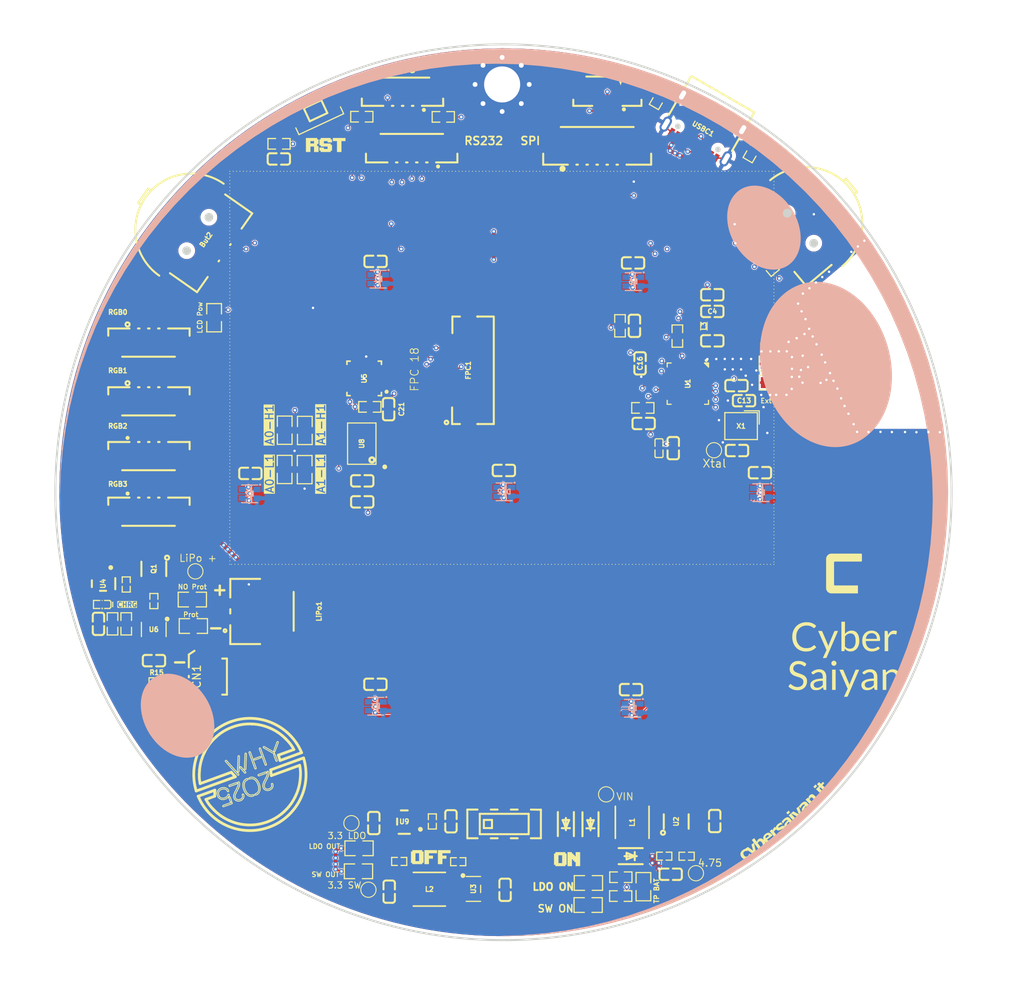
<source format=kicad_pcb>
(kicad_pcb (version 20241229) (generator "pcbnew") (generator_version "9.0")
  (layers (0 "F.Cu" signal "Top Layer") (4 "In1.Cu" signal "Inner1") (6 "In2.Cu" signal "Inner2") (2 "B.Cu" signal "Bottom Layer") (13 "F.Paste" user "Top Paste Mask Layer") (15 "B.Paste" user "Bottom Paste Mask Layer") (5 "F.SilkS" user "Top Silkscreen Layer") (7 "B.SilkS" user "Bottom Silkscreen Layer") (1 "F.Mask" user "Top Solder Mask Layer") (3 "B.Mask" user "Bottom Solder Mask Layer") (25 "Edge.Cuts" user "Multi-Layer"))
  (net 0 "")
  (net 1 "POWER_GND")
  (net 2 "+4.75VB")
  (net 3 "+3.3V")
  (net 4 "VDD3P3")
  (net 5 "CHEN")
  (net 6 "ANT")
  (net 7 "XT1")
  (net 8 "XT3")
  (net 9 "SCREEN-RST")
  (net 10 "Net-(AE1-Pad1)")
  (net 11 "1W")
  (net 12 "1WOUT")
  (net 13 "VBUS")
  (net 14 "VIN")
  (net 15 "I2C_SCL")
  (net 16 "I2C_SDA")
  (net 17 "232-TX")
  (net 18 "232-RX")
  (net 19 "BUTTON-A")
  (net 20 "BUTTON-B")
  (net 21 "LIPO+")
  (net 22 "VBAT-MTDI")
  (net 23 "SPI-MISO")
  (net 24 "Net-(D8-A)")
  (net 25 "SPI-CLK")
  (net 26 "SPI-MOSI")
  (net 27 "SPI-CS")
  (net 28 "SPI-DC")
  (net 29 "LIPO-")
  (net 30 "USB-DN")
  (net 31 "USB-DP")
  (net 32 "SCREEN-BL3")
  (net 33 "SCREEN-BL2")
  (net 34 "SCREEN-BL1")
  (net 35 "SCREEN-BL0")
  (net 36 "LED-B1")
  (net 37 "LED-G1")
  (net 38 "LED-R1")
  (net 39 "Net-(U6-VDD)")
  (net 40 "Net-(USBC1-CC1)")
  (net 41 "Net-(USBC1-CC2)")
  (net 42 "Net-(D1-DI)")
  (net 43 "LCDPOWER")
  (net 44 "Net-(U3-SW)")
  (net 46 "Net-(Q1-G2)")
  (net 47 "Net-(Q1-G1)")
  (net 49 "Net-(D1-DO)")
  (net 50 "Net-(U3-FB)")
  (net 51 "Net-(U2-FB)")
  (net 52 "Net-(U4-CHRG)")
  (net 53 "Net-(U5-RSTN)")
  (net 56 "Net-(U4-PROG)")
  (net 58 "Net-(D3-DI)")
  (net 59 "Net-(D4-DI)")
  (net 60 "Net-(D5-DI)")
  (net 61 "Net-(D12-DO)")
  (net 62 "Net-(D9-A)")
  (net 63 "Net-(D10-K)")
  (net 64 "Net-(ExtAnt1-Pad1)")
  (net 65 "SCREEN-XP")
  (net 66 "SCREEN-YM")
  (net 67 "SCREEN-YP")
  (net 68 "SCREEN-XM")
  (net 69 "Net-(U6-CSI)")
  (net 70 "Net-(U8-A0)")
  (net 71 "Net-(U8-A1)")
  (net 72 "Net-(U9-EN)")
  (net 73 "Net-(U9-VIN)")
  (net 74 "Net-(U9-VOUT)")
  (net 75 "Net-(U3-EN)")
  (net 76 "LED-R0")
  (net 77 "LED-B0")
  (net 78 "LED-G0")
  (net 79 "LED-G2")
  (net 80 "LED-B2")
  (net 81 "LED-R2")
  (net 82 "LED-R3")
  (net 83 "LED-B3")
  (net 84 "LED-G3")
  (net 100 "Net-(C10-Pad1)")
  (net 101 "Net-(3.3SW1-Pad1)")
  (net 103 "Net-(CN1-Pad2)")
  (net 104 "Net-(R11-Pad1)")
  (footprint "ProPrj_dragon.kicad_pro-4L.kicad_sch_R00_2025-04-12:CONN-SMD_5P-P1.25_HCZZ0015-5" (layer "F.Cu") (at 138.57 67.582 180)
    (property "Reference" "RS232" (hide yes))
    (property "Value" "HCZZ0015-5" (hide yes))
  )
  (footprint "dragon-r2-easyedapro:CONN-SMD_2P-P2.00_BX-PH2.0-2PWT" (layer "F.Cu") (at 119.09 124.86 90)
    (property "Reference" "LiPo1")
    (property "Value" "BX-PH2.0-2PWT" (hide yes))
  )
  (footprint "dragon-r2-easyedapro:TSSOP-16_L5.0-W4.4-P0.65-LS6.4-BL" (layer "F.Cu") (at 132.33 103.936626 90)
    (property "Reference" "U8")
    (property "Value" "TSC2007IPWR")
  )
  (footprint "dragon-r2-easyedapro:CONN-SMD_2P-P1.25_HC_HCZZ0001-2" (layer "F.Cu") (at 111.75 133 90)
    (property "Reference" "CN1")
    (property "Value" "HCZZ0001-2")
  )
  (footprint "dragon-r2-easyedapro:R0805" (layer "F.Cu") (at 122.720001 102.260001 90)
    (property "Reference" "A0-H1")
    (property "Value" "0Ω")
  )
  (footprint "RomHack:CS_LOGO" (layer "F.Cu") (at 182 118.25)
    (property "Reference" "LOGO***" (hide yes))
    (property "Value" "Logo" (hide yes))
  )
  (footprint "dragon-r2-easyedapro:C0603" (layer "F.Cu") (at 132.390002 111.200006 180)
    (property "Reference" "C30" (hide yes))
    (property "Value" "1uF" (hide yes))
  )
  (footprint "ProPrj_dragon.kicad_pro-4L.kicad_sch_R00_2025-04-12:R0805" (layer "F.Cu") (at 113.92 88.229998 -90)
    (property "Reference" "LCDPow1" (hide yes))
    (property "Value" "0Ω" (hide yes))
  )
  (footprint "dragon-r2-easyedapro:R0805" (layer "F.Cu") (at 111.203 123.388 180)
    (property "Reference" "NoProt1" (hide yes))
    (property "Value" "0Ω")
  )
  (footprint "dragon-r2-easyedapro:R0603" (layer "F.Cu") (at 181.133256 67.372549 -120)
    (property "Reference" "R17" (hide yes))
    (property "Value" "5.1kΩ" (hide yes))
  )
  (footprint "TestPoint:TestPoint_Pad_D1.5mm" (layer "F.Cu") (at 111.58 119.87)
    (property "Reference" "LiPo+1" (hide yes))
    (property "Value" "TestPoint")
  )
  (footprint "dragon-r2-easyedapro:C0603" (layer "F.Cu") (at 143.449993 151.050003 -90)
    (property "Reference" "C32" (hide yes))
    (property "Value" "1uF" (hide yes))
  )
  (footprint "ProPrj_dragon.kicad_pro-4L.kicad_sch_R00_2025-04-12:CONN-SMD_4P-P1.25_HCZZ0015-4" (layer "F.Cu") (at 105.774502 104.8)
    (property "Reference" "RGB2")
    (property "Value" "HCZZ0015-4")
  )
  (footprint "MountingHole:MountingHole_4.5mm_Pad_Via" (layer "F.Cu") (at 149.833845 59.125)
    (property "Reference" "TP1" (hide yes))
    (property "Value" "TestPoint" (hide yes))
  )
  (footprint "dragon-r2-easyedapro:SW-SMD_L6.0-W3.5-LS8.0" (layer "F.Cu") (at 126.51 62.425849 25)
    (property "Reference" "Reset1" (hide yes))
    (property "Value" "TSB008A2526A" (hide yes))
  )
  (footprint "TestPoint:TestPoint_Pad_D1.5mm" (layer "F.Cu") (at 176.25 104.76 90)
    (property "Reference" "Xtal1" (hide yes))
    (property "Value" "TestPoint")
  )
  (footprint "TestPoint:TestPoint_Pad_D1.5mm" (layer "F.Cu") (at 162.8 147.69)
    (property "Reference" "VIn1" (hide yes))
    (property "Value" "TestPoint")
  )
  (footprint "dragon-r2-easyedapro:C0603" (layer "F.Cu") (at 179.996 98.575001)
    (property "Reference" "C13")
    (property "Value" "16pF")
  )
  (footprint "ProPrj_dragon.kicad_pro-4L.kicad_sch_R00_2025-04-12:CONN-SMD_4P-P1.25_HCZZ0015-4" (layer "F.Cu") (at 105.774502 111.739998)
    (property "Reference" "RGB3")
    (property "Value" "HCZZ0015-4")
  )
  (footprint "dragon-r2-easyedapro:R0805" (layer "F.Cu") (at 111.33 126.69 180)
    (property "Reference" "Prot1" (hide yes))
    (property "Value" "0Ω")
  )
  (footprint "dragon-r2-easyedapro:R0603" (layer "F.Cu") (at 169.446744 60.737451 -120)
    (property "Reference" "R18" (hide yes))
    (property "Value" "5.1kΩ" (hide yes))
  )
  (footprint "dragon-r2-easyedapro:C0603" (layer "F.Cu") (at 132.39 108.58)
    (property "Reference" "C28" (hide yes))
    (property "Value" "100nF" (hide yes))
  )
  (footprint "dragon-r2-easyedapro:C0603" (layer "F.Cu") (at 150.05 107.28)
    (property "Reference" "C24" (hide yes))
    (property "Value" "100nF" (hide yes))
  )
  (footprint "dragon-r2-easyedapro:R0603" (layer "F.Cu") (at 182.994341 81.597212 130)
    (property "Reference" "R1" (hide yes))
    (property "Value" "5.1kΩ" (hide yes))
  )
  (footprint "dragon-r2-easyedapro:C0402" (layer "F.Cu") (at 188.823938 95.319672 -155)
    (property "Reference" "C6")
    (property "Value" "1pF")
  )
  (footprint "dragon-r2-easyedapro:SW-SMD_MST22D18G2" (layer "F.Cu") (at 150.09275 151.39)
    (property "Reference" "PowOn1" (hide yes))
    (property "Value" "MST22D18G2 125")
  )
  (footprint "dragon-r2-easyedapro:C0603" (layer "F.Cu") (at 165.902 134.627)
    (property "Reference" "C27" (hide yes))
    (property "Value" "100nF" (hide yes))
  )
  (footprint "dragon-r2-easyedapro:R0603" (layer "F.Cu") (at 164.6165 160.38)
    (property "Reference" "R3" (hide yes))
    (property "Value" "100kΩ" (hide yes))
  )
  (footprint "dragon-r2-easyedapro:R0805" (layer "F.Cu") (at 122.710001 107.160001 90)
    (property "Reference" "A0-L1")
    (property "Value" "0Ω")
  )
  (footprint "ProPrj_dragon.kicad_pro-4L.kicad_sch_R00_2025-04-12:CONN-SMD_4P-P1.25_HCZZ0015-4" (layer "F.Cu") (at 137.427 60.724 180)
    (property "Reference" "I2C1" (hide yes))
    (property "Value" "HCZZ0015-4" (hide yes))
  )
  (footprint "dragon-r2-easyedapro:R0603" (layer "F.Cu") (at 133.333495 99.349993 180)
    (property "Reference" "R12" (hide yes))
    (property "Value" "5.1kΩ" (hide yes))
  )
  (footprint "dragon-r2-easyedapro:SOD-123_L2.8-W1.8-LS3.7-FD" (layer "F.Cu") (at 157.78 151.4 -90)
    (property "Reference" "D9" (hide yes))
    (property "Value" "CRS08(TE85L,Q,M)" (hide yes))
  )
  (footprint "dragon-r2-easyedapro:R0603" (layer "F.Cu") (at 132.336503 63.150003 180)
    (property "Reference" "R14" (hide yes))
    (property "Value" "5.1kΩ" (hide yes))
  )
  (footprint "dragon-r2-easyedapro:C0603" (layer "F.Cu") (at 171.17 104.5 -90)
    (property "Reference" "C7" (hide yes))
    (property "Value" "1uF" (hide yes))
  )
  (footprint "dragon-r2-easyedapro:R0805" (layer "F.Cu") (at 160.589993 158.746506 180)
    (property "Reference" "LDO_ON1" (hide yes))
    (property "Value" "0Ω" (hide yes))
  )
  (footprint "dragon-r2-easyedapro:R0805" (layer "F.Cu") (at 167.45 159.21 90)
    (property "Reference" "TPBat1" (hide yes))
    (property "Value" "0Ω")
  )
  (footprint "dragon-r2-easyedapro:C0603" (layer "F.Cu") (at 106.420003 131.010007)
    (property "Reference" "C29" (hide yes))
    (property "Value" "100nF" (hide yes))
  )
  (footprint "dragon-r2-easyedapro:R0402" (layer "F.Cu") (at 102.96 121.51 -90)
    (property "Reference" "R19" (hide yes))
    (property "Value" "2.2kΩ" (hide yes))
  )
  (footprint "TestPoint:TestPoint_Pad_D1.5mm" (layer "F.Cu") (at 131.04 151.29)
    (property "Reference" "3.3LDO1" (hide yes))
    (property "Value" "TestPoint" (hide yes))
  )
  (footprint "dragon-r2-easyedapro:C0402" (layer "F.Cu") (at 169.392 104.5 -90)
    (property "Reference" "C11" (hide yes))
    (property "Value" "22nF" (hide yes))
  )
  (footprint "dragon-r2-easyedapro:C0603" (layer "F.Cu") (at 134.03 133.96)
    (property "Reference" "C20" (hide yes))
    (property "Value" "100nF" (hide yes))
  )
  (footprint "dragon-r2-easyedapro:C0603" (layer "F.Cu") (at 150.199989 159.600003 90)
    (property "Reference" "C3" (hide yes))
    (property "Value" "22uF" (hide yes))
  )
  (footprint "dragon-r2-easyedapro:R0805" (layer "F.Cu") (at 160.559996 161.499997)
    (property "Reference" "SW_ON1" (hide yes))
    (property "Value" "0Ω" (hide yes))
  )
  (footprint "dragon-r2-easyedapro:C0603" (layer "F.Cu") (at 176.04 91.11 180)
    (property "Reference" "C8" (hide yes))
    (property "Value" "100nF" (hide yes))
  )
  (footprint "dragon-r2-easyedapro:LED0402-RD_GREEN" (layer "F.Cu") (at 99.961998 123.999999 180)
    (property "Reference" "D10" (hide yes))
    (property "Value" "XL-1005UGC" (hide yes))
  )
  (footprint "TestPoint:TestPoint_Pad_D1.5mm" (layer "F.Cu") (at 133.16 159.59)
    (property "Reference" "3.3SW1" (hide yes))
    (property "Value" "TestPoint" (hide yes))
  )
  (footprint "dragon-r2-easyedapro:R0402" (layer "F.Cu") (at 136.996979 156.060002)
    (property "Reference" "R4" (hide yes))
    (property "Value" "300kΩ" (hide yes))
  )
  (footprint "dragon-r2-easyedapro:SOD-123_L2.8-W1.8-LS3.7-FD" (layer "F.Cu") (at 160.85 151.42 -90)
    (property "Reference" "D11" (hide yes))
    (property "Value" "CRS08(TE85L,Q,M)" (hide yes))
  )
  (footprint "ProPrj_dragon.kicad_pro-4L.kicad_sch_R00_2025-04-12:CONN-SMD_4P-P1.25_HCZZ0015-4" (layer "F.Cu") (at 105.774502 97.970004)
    (property "Reference" "RGB1")
    (property "Value" "HCZZ0015-4")
  )
  (footprint "dragon-r2-easyedapro:SOT-23-5_L3.0-W1.5-P0.95-LS2.8-BL" (layer "F.Cu") (at 146.249978 159.490006 -90)
    (property "Reference" "U3")
    (property "Value" "MT3410LB-N" (hide yes))
  )
  (footprint "RomHack:CS_ON" (layer "F.Cu") (at 155.686909 149.595401)
    (property "Reference" "ON**" (hide yes))
    (property "Value" "On" (hide yes))
  )
  (footprint "TestPoint:TestPoint_Pad_D1.5mm" (layer "F.Cu") (at 174 157.53)
    (property "Reference" "4.75")
    (property "Value" "TestPoint" (hide yes))
  )
  (footprint "dragon-r2-easyedapro:R0603" (layer "F.Cu") (at 164.53 89.2365 90)
    (property "Reference" "R10" (hide yes))
    (property "Value" "100kΩ" (hide yes))
  )
  (footprint "dragon-r2-easyedapro:R0402" (layer "F.Cu") (at 106.75 133.644318)
    (property "Reference" "R15")
    (property "Value" "100Ω")
  )
  (footprint "RomHack:CS_RST" (layer "F.Cu") (at 124.75 61)
    (property "Reference" "RST**" (hide yes))
    (property "Value" "Rst" (hide yes))
  )
  (footprint "dragon-r2-easyedapro:SOT-23-6_L2.9-W1.6-P0.95-LS2.8-BR" (layer "F.Cu") (at 171.539974 151.080014 -90)
    (property "Reference" "U2")
    (property "Value" "MT3608B")
  )
  (footprint "dragon-r2-easyedapro:SOD-123_L2.8-W1.8-LS3.7-FD" (layer "F.Cu") (at 165.859976 155.40001)
    (property "Reference" "D8" (hide yes))
    (property "Value" "CRS08(TE85L,Q,M)" (hide yes))
  )
  (footprint "dragon-r2-easyedapro:IPEX-SMD_BWIPX-1-001E" (layer "F.Cu") (at 187.2675 99.245)
    (property "Reference" "WiFi1" (hide yes))
    (property "Value" "BWU.FL-IPEX1")
  )
  (footprint "dragon-r2-easyedapro:SW-SMD_QS-301-AGS5P" (layer "F.Cu") (at 112.916 78.504 55)
    (property "Reference" "But2")
    (property "Value" "QS-301-AGS5P")
    (fp_poly (pts (xy -1.954705 -1.269789) (xy -1.991865 -1.408476) (xy -2.063656 -1.532819) (xy -2.165181 -1.634344) (xy -2.289524 -1.706134) (xy -2.428211 -1.743295) (xy -2.571789 -1.743295) (xy -2.710476 -1.706134) (xy -2.83482 -1.634344) (xy -2.936344 -1.53282) (xy -3.008134 -1.408476) (xy -3.045296 -1.269789) (xy -3.045295 -1.12621) (xy -3.008134 -0.987524) (xy -2.936344 -0.863181) (xy -2.834819 -0.761656) (xy -2.710476 -0.689866) (xy -2.571789 -0.652705) (xy -2.428211 -0.652705) (xy -2.289524 -0.689866) (xy -2.165181 -0.761656) (xy -2.063656 -0.863181) (xy -1.991866 -0.987524) (xy -1.954706 -1.126211)) (fill yes) (layer "Edge.Cuts"))
    (fp_poly (pts (xy 3.045295 -1.396789) (xy 3.008134 -1.535476) (xy 2.936344 -1.659819) (xy 2.834819 -1.761344) (xy 2.710476 -1.833134) (xy 2.571789 -1.870294) (xy 2.428211 -1.870295) (xy 2.289524 -1.833134) (xy 2.165181 -1.761344) (xy 2.063656 -1.659819) (xy 1.991866 -1.535476) (xy 1.954705 -1.396789) (xy 1.954705 -1.253211) (xy 1.991866 -1.114524) (xy 2.063657 -0.990181) (xy 2.165181 -0.888657) (xy 2.289524 -0.816865) (xy 2.428211 -0.779704) (xy 2.57179 -0.779705) (xy 2.710476 -0.816866) (xy 2.834819 -0.888656) (xy 2.936344 -0.990181) (xy 3.008134 -1.114524) (xy 3.045295 -1.253211)) (fill yes) (layer "Edge.Cuts"))
  )
  (footprint "dragon-r2-easyedapro:R0603" (layer "F.Cu") (at 122.0165 66.53 180)
    (property "Reference" "R8" (hide yes))
    (property "Value" "100kΩ" (hide yes))
  )
  (footprint "dragon-r2-easyedapro:R0805" (layer "F.Cu") (at 183.649999 93.939999)
    (property "Reference" "IntAnt1" (hide yes))
    (property "Value" "0Ω")
  )
  (footprint "dragon-r2-easyedapro:C0603" (layer "F.Cu") (at 118.44 107.65)
    (property "Reference" "C23" (hide yes))
    (property "Value" "100nF" (hide yes))
  )
  (footprint "dragon-r2-easyedapro:IND-SMD_L1.0-W0.5-2" (layer "F.Cu") (at 174.991501 89.28 -90)
    (property "Reference" "L3")
    (property "Value" "3.9nH")
  )
  (footprint "dragon-r2-easyedapro:C0603" (layer "F.Cu") (at 99.5 126.42 -90)
    (property "Reference" "C31" (hide yes))
    (property "Value" "1uF" (hide yes))
  )
  (footprint "dragon-r2-easyedapro:R0805" (layer "F.Cu") (at 125.210001 107.180001 90)
    (property "Reference" "A1-L1")
    (property "Value" "0Ω")
  )
  (footprint "dragon-r2-easyedapro:R0402" (layer "F.Cu") (at 170.046984 155.400003 180)
    (property "Reference" "R6" (hide yes))
    (property "Value" "300kΩ" (hide yes))
  )
  (footprint "ProPrj_dragon.kicad_pro-4L.kicad_sch_R00_2025-04-12:CONN-SMD_6P-P1.25_HCZZ0015-6" (layer "F.Cu") (at 161.684 67.582)
    (property "Reference" "SPI1" (hide yes))
    (property "Value" "HCZZ0015-6" (hide yes))
  )
  (footprint "dragon-r2-easyedapro:FPC-SMD_18P-P0.50_FPC06-Q0.5-18AH2.0" (layer "F.Cu") (at 144.349999 94.790002 90)
    (property "Reference" "FPC1")
    (property "Value" "FPC06-Q0.5-18AH2.0" (hide yes))
  )
  (footprint "dragon-r2-easyedapro:R0603" (layer "F.Cu") (at 164.636504 158.030005)
    (property "Reference" "R16" (hide yes))
    (property "Value" "100kΩ" (hide yes))
  )
  (footprint "dragon-r2-easyedapro:R0603" (layer "F.Cu") (at 171.679999 90.516501 -90)
    (property "Reference" "R9" (hide yes))
    (property "Value" "100kΩ" (hide yes))
  )
  (footprint "dragon-r2-easyedapro:C0603" (layer "F.Cu") (at 134.05 81.2)
    (property "Reference" "C22" (hide yes))
    (property "Value" "100nF" (hide yes))
  )
  (footprint "dragon-r2-easyedapro:VFQFPN-24_L4.0-W4.0-P0.50-BL-EP2.8" (layer "F.Cu") (at 132.632278 95.81 90)
    (property "Reference" "U5")
    (property "Value" "AW9523BTQR")
  )
  (footprint "dragon-r2-easyedapro:C0603" (layer "F.Cu") (at 121.99 68.42 180)
    (property "Reference" "C9" (hide yes))
    (property "Value" "100nF" (hide yes))
  )
  (footprint "dragon-r2-easyedapro:R0402" (layer "F.Cu") (at 144.352977 156.09001 180)
    (property "Reference" "R5" (hide yes))
    (property "Value" "68kΩ" (hide yes))
  )
  (footprint "dragon-r2-easyedapro:C0603" (layer "F.Cu") (at 176.039999 87.440006 180)
    (property "Reference" "C4")
    (property "Value" "22uF")
  )
  (footprint "dragon-r2-easyedapro:IND-SMD_L4.0-W4.0_FNR40XXS" (layer "F.Cu") (at 140.759978 159.530006 180)
    (property "Reference" "L2")
    (property "Value" "4.7uH")
  )
  (footprint "dragon-r2-easyedapro:C0603" (layer "F.Cu") (at 181.98 107.56)
    (property "Reference" "C26" (hide yes))
    (property "Value" "100nF" (hide yes))
  )
  (footprint "dragon-r2-easyedapro:C0402" (layer "F.Cu") (at 187.160097 91.751537 -155)
    (property "Reference" "C10")
    (property "Value" "1pF")
  )
  (footprint "dragon-r2-easyedapro:R0603" (layer "F.Cu") (at 102.959995 126.42 -90)
    (property "Reference" "R11" (hide yes))
    (property "Value" "5.1kΩ" (hide yes))
  )
  (footprint "RomHack:CS_OFF" (layer "F.Cu") (at 137.846634 149.845401)
    (property "Reference" "OFF**" (hide yes))
    (property "Value" "Off" (hide yes))
  )
  (footprint "dragon-r2-easyedapro:R0402" (layer "F.Cu") (at 172.836978 155.410005)
    (property "Reference" "R7" (hide yes))
    (property "Value" "43kΩ" (hide yes))
  )
  (footprint "dragon-r2-easyedapro:C0603" (layer "F.Cu") (at 167.029989 93.920003 90)
    (property "Reference" "C16")
    (property "Value" "100nF")
  )
  (footprint "dragon-r2-easyedapro:R0603" (layer "F.Cu") (at 142.4935 63.17)
    (property "Reference" "R13" (hide yes))
    (property "Value" "5.1kΩ" (hide yes))
  )
  (footprint "dragon-r2-easyedapro:C0603" (layer "F.Cu") (at 176.34 151.02 -90)
    (property "Reference" "C1" (hide yes))
    (property "Value" "22uF" (hide yes))
  )
  (footprint "dragon-r2-easyedapro:C0603" (layer "F.Cu") (at 179.050003 96.700007)
    (property "Reference" "C12" (hide yes))
    (property "Value" "100nF" (hide yes))
  )
  (footprint "dragon-r2-easyedapro:CRYSTAL-SMD_4P-L3.2-W2.5-BL" (layer "F.Cu") (at 179.63 101.750001 180)
    (property "Reference" "X1")
    (property "Value" "40MHz")
  )
  (footprint "dragon-r2-easyedapro:R0402" (layer "F.Cu") (at 141.129997 151.072999 -90)
    (property "Reference" "R27" (hide yes))
    (property "Value" "1kΩ" (hide yes))
  )
  (footprint "RomHack:WHY_LOGO" (layer "F.Cu") (at 118.25 136)
    (property "Reference" "WHY***" (hide yes))
    (property "Value" "LOGO" (hide yes))
  )
  (footprint "dragon-r2-easyedapro:C0603" (layer "F.Cu") (at 135.749985 159.830003 -90)
    (property "Reference" "C18" (hide yes))
    (property "Value" "22uF" (hide yes))
  )
  (footprint "dragon-r2-easyedapro:IND-SMD_L4.0-W4.0_FNR40XXS" (layer "F.Cu") (at 166.049976 151.18001 -90)
    (property "Reference" "L1")
    (property "Value" "4.7uH")
  )
  (footprint "dragon-r2-easyedapro:C0603" (layer "F.Cu") (at 166.16 81.39)
    (property "Reference" "C25" (hide yes))
    (property "Value" "100nF" (hide yes))
  )
  (footprint "dragon-r2-easyedapro:R0603" (layer "F.Cu") (at 167.376505 99.478493 180)
    (property "Reference" "R23" (hide yes))
    (property "Value" "100kΩ" (hide yes))
  )
  (footprint "dragon-r2-easyedapro:R0603" (layer "F.Cu") (at 101.25 126.42 -90)
    (property "Reference" "R21" (hide yes))
    (property "Value" "5.1kΩ" (hide yes))
  )
  (footprint "dragon-r2-easyedapro:QFN-32_L5.0-W5.0-P0.50-TL-EP3.7" (layer "F.Cu") (at 172.99 96.452503 -90)
    (property "Reference" "U1")
    (property "Value" "ESP32-C3FH4")
  )
  (footprint "dragon-r2-easyedapro:R0805" (layer "F.Cu") (at 131.989978 154.420006 180)
    (property "Reference" "LDO_OUT1" (hide yes))
    (property "Value" "0Ω" (hide yes))
  )
  (footprint "dragon-r2-easyedapro:R0805" (layer "F.Cu") (at 125.230001 102.290001 90)
    (property "Reference" "A1-H1")
    (property "Value" "0Ω")
  )
  (footprint "dragon-r2-easyedapro:C0603" (layer "F.Cu") (at 133.829993 151.270003 -90)
    (property "Reference" "C33" (hide yes))
    (property "Value" "22uF" (hide yes))
  )
  (footprint "dragon-r2-easyedapro:C0603" (layer "F.Cu") (at 176.040002 85.360006 180)
    (property "Reference" "C5" (hide yes))
    (property "Value" "100nF" (hide yes))
  )
  (footprint "dragon-r2-easyedapro:USB-C-SMD_TYPE-C-6PIN-2MD-073" (layer "F.Cu") (at 174.892 64.661 150)
    (property "Reference" "USBC1")
    (property "Value" "TYPE-C 16PIN 2MD(073)" (hide yes))
    (fp_poly (pts (xy 3.237005 -1.350684) (xy 3.213358 -1.438939) (xy 3.167674 -1.518068) (xy 3.103067 -1.582674) (xy 3.023939 -1.628358) (xy 2.935684 -1.652006) (xy 2.844316 -1.652006) (xy 2.756061 -1.628358) (xy 2.676933 -1.582674) (xy 2.612326 -1.518067) (xy 2.566642 -1.438939) (xy 2.542993 -1.350684) (xy 2.542993 -1.259316) (xy 2.566642 -1.171062) (xy 2.612326 -1.091933) (xy 2.676933 -1.027326) (xy 2.756061 -0.981642) (xy 2.844316 -0.957994) (xy 2.935684 -0.957994) (xy 3.023939 -0.981642) (xy 3.103067 -1.027326) (xy 3.167674 -1.091933) (xy 3.213358 -1.171061) (xy 3.237005 -1.259316)) (fill yes) (layer "Edge.Cuts"))
    (fp_poly (pts (xy -2.542994 -1.350685) (xy -2.566642 -1.438939) (xy -2.612326 -1.518067) (xy -2.676933 -1.582674) (xy -2.756061 -1.628358) (xy -2.844316 -1.652006) (xy -2.935684 -1.652006) (xy -3.023939 -1.628358) (xy -3.103067 -1.582674) (xy -3.167675 -1.518067) (xy -3.213358 -1.438939) (xy -3.237006 -1.350685) (xy -3.237006 -1.259317) (xy -3.213358 -1.171061) (xy -3.167674 -1.091933) (xy -3.103067 -1.027326) (xy -3.023939 -0.981642) (xy -2.935684 -0.957994) (xy -2.844316 -0.957994) (xy -2.756061 -0.981642) (xy -2.676933 -1.027326) (xy -2.612326 -1.091933) (xy -2.566642 -1.171061) (xy -2.542994 -1.259317)) (fill yes) (layer "Edge.Cuts"))
  )
  (footprint "ProPrj_dragon.kicad_pro-4L.kicad_sch_R00_2025-04-12:CONN-SMD_3P-P1.25-L3.3-W8.8" (layer "F.Cu") (at 162.954 60.724 180)
    (property "Reference" "PowO1" (hide yes))
    (property "Value" "HCZZ0015-3" (hide yes))
  )
  (footprint "dragon-r2-easyedapro:R0805" (layer "F.Cu") (at 183.660002 96.32 180)
    (property "Reference" "ExtAnt1" (hide yes))
    (property "Value" "0Ω")
  )
  (footprint "dragon-r2-easyedapro:SOT-23-5_L2.9-W1.6-P0.95-LS2.8-BR" (layer "F.Cu") (at 137.63 151.09)
    (property "Reference" "U9")
    (property "Value" "RT9080-33GJ5-MS")
  )
  (footprint "dragon-r2-easyedapro:R0805" (layer "F.Cu") (at 131.920002 157.289999 180)
    (property "Reference" "SW_OUT1" (hide yes))
    (property "Value" "0Ω" (hide yes))
  )
  (footprint "dragon-r2-easyedapro:R0402" (layer "F.Cu") (at 188.503767 93.295471 115)
    (property "Reference" "L4")
    (property "Value" "0Ω")
  )
  (footprint "dragon-r2-easyedapro:C0603" (layer "F.Cu") (at 166.33 89.24 90)
    (property "Reference" "C17" (hide yes))
    (property "Value" "100nF" (hide yes))
  )
  (footprint "dragon-r2-easyedapro:R0603" (layer "F.Cu") (at 180.247808 78.322775 -55)
    (property "Reference" "R2" (hide yes))
    (property "Value" "5.1kΩ" (hide yes))
  )
  (footprint "dragon-r2-easyedapro:SOT-23-6_L2.9-W1.6-P0.95-LS2.8-BL" (layer "F.Cu") (at 106.390997 127.120007 180)
    (property "Reference" "U6")
    (property "Value" "DW01A")
  )
  (footprint "dragon-r2-easyedapro:C0603" (layer "F.Cu") (at 179.122001 104.798002)
    (property "Reference" "C14" (hide yes))
    (property "Value" "16pF" (hide yes))
  )
  (footprint "dragon-r2-easyedapro:R0402" (layer "F.Cu") (at 106.410012 123.577007 90)
    (property "Reference" "R20" (hide yes))
    (property "Value" "1kΩ" (hide yes))
  )
  (footprint "dragon-r2-easyedapro:SW-SMD_QS-301-AGS5P" (layer "F.Cu") (at 186.068 77.869 -50)
    (property "Reference" "But1")
    (property "Value" "QS-301-AGS5P")
    (fp_poly (pts (xy -1.954705 -1.26979) (xy -1.991866 -1.408476) (xy -2.063656 -1.532819) (xy -2.165181 -1.634344) (xy -2.289524 -1.706134) (xy -2.428211 -1.743295) (xy -2.571789 -1.743295) (xy -2.710476 -1.706134) (xy -2.834818 -1.634344) (xy -2.936344 -1.532819) (xy -3.008134 -1.408476) (xy -3.045295 -1.269789) (xy -3.045295 -1.126211) (xy -3.008134 -0.987524) (xy -2.936344 -0.863181) (xy -2.834819 -0.761656) (xy -2.710475 -0.689866) (xy -2.571789 -0.652705) (xy -2.428211 -0.652705) (xy -2.289524 -0.689865) (xy -2.165181 -0.761656) (xy -2.063655 -0.863181) (xy -1.991866 -0.987524) (xy -1.954704 -1.126211)) (fill yes) (layer "Edge.Cuts"))
    (fp_poly (pts (xy 3.045295 -1.396789) (xy 3.008134 -1.535476) (xy 2.936344 -1.659819) (xy 2.834819 -1.761344) (xy 2.710476 -1.833135) (xy 2.571789 -1.870295) (xy 2.428211 -1.870295) (xy 2.289524 -1.833134) (xy 2.165181 -1.761344) (xy 2.063656 -1.659819) (xy 1.991866 -1.535476) (xy 1.954705 -1.396789) (xy 1.954704 -1.253211) (xy 1.991866 -1.114524) (xy 2.063656 -0.990181) (xy 2.165181 -0.888656) (xy 2.289524 -0.816866) (xy 2.428211 -0.779705) (xy 2.571789 -0.779705) (xy 2.710476 -0.816866) (xy 2.834819 -0.888657) (xy 2.936344 -0.990181) (xy 3.008134 -1.114524) (xy 3.045295 -1.253211)) (fill yes) (layer "Edge.Cuts"))
  )
  (footprint "dragon-r2-easyedapro:SOT-23-5_L2.9-W1.6-P0.95-LS2.8-BR" (layer "F.Cu") (at 100.07 121.41 90)
    (property "Reference" "U4")
    (property "Value" "TP4054")
  )
  (footprint "dragon-r2-easyedapro:C0603" (layer "F.Cu") (at 170.850003 157.660011 180)
    (property "Reference" "C2" (hide yes))
    (property "Value" "22uF" (hide yes))
  )
  (footprint "dragon-r2-easyedapro:C0603" (layer "F.Cu") (at 167.48 101.420002)
    (property "Reference" "C15" (hide yes))
    (property "Value" "1uF" (hide yes))
  )
  (footprint "dragon-r2-easyedapro:C0603" (layer "F.Cu") (at 135.680006 99.639998 90)
    (property "Reference" "C21")
    (property "Value" "100nF")
  )
  (footprint "ProPrj_dragon.kicad_pro-4L.kicad_sch_R00_2025-04-12:CONN-SMD_4P-P1.25_HCZZ0015-4" (layer "F.Cu") (at 105.774502 90.639997)
    (property "Reference" "RGB0")
    (property "Value" "HCZZ0015-4")
  )
  (footprint "dragon-r2-easyedapro:SOT-23-6_L2.9-W1.6-P0.95-LS2.8-BR" (layer "F.Cu") (at 106.400005 119.560004 90)
    (property "Reference" "Q1")
    (property "Value" "HJ8205")
  )
  (footprint "dragon-r2-easyedapro:ANT-SMD_L9.5-W2.1" (layer "F.Cu") (at 196.156204 91.743278 25)
    (property "Reference" "AE1" (hide yes))
    (property "Value" "AN9520-245")
  )
  (footprint "RomHack:CS_WEBSITE" (layer "F.Cu") (at 179.07923 145.974325)
    (property "Reference" "WEB**" (hide yes))
    (property "Value" "Website" (hide yes))
  )
  (footprint "dragon-r2-easyedapro:LED-SMD_4P-L2.0-W2.0-TL_WS2812B-2020" (layer "B.Cu") (at 118.34915 110.2 180)
    (property "Reference" "D2")
    (property "Value" "WS2812B-2020")
  )
  (footprint "dragon-r2-easyedapro:LED-SMD_4P-L2.0-W2.0-TL_WS2812B-2020" (layer "B.Cu") (at 150.085 109.95 180)
    (property "Reference" "D12")
    (property "Value" "WS2812B-2020")
  )
  (footprint "RomHack:RH_BALL" (layer "B.Cu") (at 150.25 109.75 180)
    (property "Reference" "BALL**" (hide yes))
    (property "Value" "Ball" (hide yes))
  )
  (footprint "dragon-r2-easyedapro:LED-SMD_4P-L2.0-W2.0-TL_WS2812B-2020" (layer "B.Cu") (at 134.085 136.7 180)
    (property "Reference" "D3")
    (property "Value" "WS2812B-2020")
  )
  (footprint "RomHack:CS_STAR" (layer "B.Cu") (at 150 110 180)
    (property "Reference" "STAR**" (hide yes))
    (property "Value" "Star" (hide yes))
  )
  (footprint "dragon-r2-easyedapro:LED-SMD_4P-L2.0-W2.0-TL_WS2812B-2020" (layer "B.Cu") (at 166.085 136.95 180)
    (property "Reference" "D4")
    (property "Value" "WS2812B-2020")
  )
  (footprint "dragon-r2-easyedapro:LED-SMD_4P-L2.0-W2.0-TL_WS2812B-2020" (layer "B.Cu") (at 182.085 110.05 180)
    (property "Reference" "D5")
    (property "Value" "WS2812B-2020")
  )
  (footprint "dragon-r2-easyedapro:LED-SMD_4P-L2.0-W2.0-TL_WS2812B-2020" (layer "B.Cu") (at 166.18445 83.725 180)
    (property "Reference" "D6")
    (property "Value" "WS2812B-2020")
  )
  (footprint "dragon-r2-easyedapro:LED-SMD_4P-L2.0-W2.0-TL_WS2812B-2020" (layer "B.Cu") (at 134.373 83.423 180)
    (property "Reference" "D1")
    (property "Value" "WS2812B-2020")
  )
  (gr_rect (start 115.875 69.96) (end 183.725 119) (stroke (width 0.1) (type dot)) (fill no) (layer "F.SilkS"))
  (gr_circle (center 150 110) (end 205.88 110) (stroke (width 0.254)) (fill no) (layer "Edge.Cuts"))
  (gr_text "LDO OUT" (at 125.664045 154.535937 0) (layer "F.SilkS") (effects (font (size 0.6 0.6) (thickness 0.12) (bold yes)) (justify left bottom)))
  (gr_text "Prot" (at 110.006373 125.617801 0) (layer "F.SilkS") (effects (font (size 0.6 0.6) (thickness 0.12) (bold yes)) (justify left bottom)))
  (gr_text "FPC 18" (at 139.5 97.5 90) (layer "F.SilkS") (effects (font (size 1 1) (thickness 0.1)) (justify left bottom)))
  (gr_text "Xtal" (at 174.75 107 0) (layer "F.SilkS") (effects (font (size 1 1) (thickness 0.125)) (justify left bottom)))
  (gr_text "Int Ant" (at 181.850329 92.02653 0) (layer "F.SilkS") (effects (font (size 0.6 0.6) (thickness 0.12) (bold yes)) (justify left bottom)))
  (gr_text "3.3 LDO" (at 128 153.327617 0) (layer "F.SilkS") (effects (font (size 0.8 0.8) (thickness 0.1125)) (justify left bottom)))
  (gr_text "VIN" (at 164 148.5 0) (layer "F.SilkS") (effects (font (size 0.9 0.9) (thickness 0.1125)) (justify left bottom)))
  (gr_text "WiFi" (at 191 100.75 90) (layer "F.SilkS") (effects (font (size 1 1) (thickness 0.125)) (justify left bottom)))
  (gr_text "Pow" (at 161 57.75 0) (layer "F.SilkS") (effects (font (size 1 1) (thickness 0.2) (bold yes)) (justify left bottom)))
  (gr_text "CHRG" (at 101.780618 124.379068 0) (layer "F.SilkS" knockout) (effects (font (size 0.6 0.6) (thickness 0.12) (bold yes)) (justify left bottom)))
  (gr_text "SPI" (at 152 66.75 0) (layer "F.SilkS") (effects (font (size 1 1) (thickness 0.2) (bold yes)) (justify left bottom)))
  (gr_text "I2C" (at 136.5 57.75 0) (layer "F.SilkS") (effects (font (size 1 1) (thickness 0.2) (bold yes)) (justify left bottom)))
  (gr_text "-" (at 113 127.75 0) (layer "F.SilkS") (effects (font (size 1.5 1.5) (thickness 0.3) (bold yes)) (justify left bottom)))
  (gr_text "+" (at 113.5 123 0) (layer "F.SilkS") (effects (font (size 1.5 1.5) (thickness 0.3) (bold yes)) (justify left bottom)))
  (gr_text "LiPo +" (at 109.5 118.75 0) (layer "F.SilkS") (effects (font (size 0.9 0.9) (thickness 0.1125)) (justify left bottom)))
  (gr_text "+" (at 107.75 135.25 0) (layer "F.SilkS") (effects (font (size 1.5 1.5) (thickness 0.3) (bold yes)) (justify left bottom)))
  (gr_text "SW OUT" (at 126.005454 158.039868 0) (layer "F.SilkS") (effects (font (size 0.6 0.6) (thickness 0.12) (bold yes)) (justify left bottom)))
  (gr_text "-" (at 108.5 132 0) (layer "F.SilkS") (effects (font (size 1.5 1.5) (thickness 0.3) (bold yes)) (justify left bottom)))
  (gr_text "NO Prot" (at 109.340461 122.158308 0) (layer "F.SilkS") (effects (font (size 0.6 0.6) (thickness 0.12) (bold yes)) (justify left bottom)))
  (gr_text "SW ON" (at 154.158923 162.473372 0) (layer "F.SilkS") (effects (font (size 0.9 0.9) (thickness 0.18) (bold yes)) (justify left bottom)))
  (gr_text "3.3 SW" (at 128 159.5 0) (layer "F.SilkS") (effects (font (size 0.8 0.8) (thickness 0.1125)) (justify left bottom)))
  (gr_text "Ext Ant" (at 181.980263 98.945515 0) (layer "F.SilkS") (effects (font (size 0.6 0.6) (thickness 0.12) (bold yes)) (justify left bottom)))
  (gr_text "LDO ON" (at 153.5 159.75 0) (layer "F.SilkS") (effects (font (size 0.9 0.9) (thickness 0.22) (bold yes)) (justify left bottom)))
  (gr_text "LCD Pow" (at 112.5 90.25 90) (layer "F.SilkS") (effects (font (size 0.6 0.6) (thickness 0.12) (bold yes)) (justify left bottom)))
  (gr_text "RS232" (at 145 66.75 0) (layer "F.SilkS") (effects (font (size 1 1) (thickness 0.2) (bold yes)) (justify left bottom)))
  (gr_text "TP BAT" (at 169.4414 161.360941 90) (layer "F.SilkS") (effects (font (size 0.6 0.6) (thickness 0.14) (bold yes)) (justify left bottom)))
  (segment (start 132.882281 95.547499) (end 132.63228 95.7975) (width 0.16) (layer "F.Cu") (net 1))
  (segment (start 130.632276 97.052001) (end 131.377779 97.052001) (width 0.16) (layer "F.Cu") (net 1))
  (segment (start 177.638874 68.31781) (end 177.72506 68.403996) (width 0.16) (layer "F.Cu") (net 1))
  (segment (start 131.377779 97.052001) (end 132.63228 95.7975) (width 0.16) (layer "F.Cu") (net 1))
  (segment (start 132.882281 93.07) (end 132.882281 92.95) (width 0.16) (layer "F.Cu") (net 1))
  (segment (start 132.882281 93.81) (end 132.882281 93.07) (width 0.16) (layer "F.Cu") (net 1))
  (segment (start 170.23394 64.418531) (end 170.23394 64.078996) (width 0.16) (layer "F.Cu") (net 1))
  (segment (start 170.933219 65.11781) (end 170.23394 64.418531) (width 0.16) (layer "F.Cu") (net 1))
  (segment (start 176.475781 68.31781) (end 177.638874 68.31781) (width 0.16) (layer "F.Cu") (net 1))
  (segment (start 132.882281 93.81) (end 132.882281 95.547499) (width 0.16) (layer "F.Cu") (net 1))
  (via (at 189.04 91.54) (size 0.6) (drill 0.3) (layers "F.Cu" "B.Cu") (net 1))
  (via (at 187.31 92.97) (size 0.6) (drill 0.3) (layers "F.Cu" "B.Cu") (net 1))
  (via (at 177.98 98.56) (size 0.6) (drill 0.3) (layers "F.Cu" "B.Cu") (net 1))
  (via (at 182.9 102.6) (size 0.6) (drill 0.3) (layers "F.Cu" "B.Cu") (net 1))
  (via (at 185.55 91.24) (size 0.6) (drill 0.3) (layers "F.Cu" "B.Cu") (net 1))
  (via (at 178.58 93.37) (size 0.6) (drill 0.3) (layers "F.Cu" "B.Cu") (net 1))
  (via (at 193.374164 80.005669) (size 0.6) (drill 0.3) (layers "F.Cu" "B.Cu") (net 1))
  (via (at 198.43 102.49) (size 0.6) (drill 0.3) (layers "F.Cu" "B.Cu") (net 1))
  (via (at 183.28 92.43) (size 0.6) (drill 0.3) (layers "F.Cu" "B.Cu") (net 1))
  (via (at 187.29 96.33) (size 0.6) (drill 0.3) (layers "F.Cu" "B.Cu") (net 1))
  (via (at 167.18 95.59) (size 0.6) (drill 0.3) (layers "F.Cu" "B.Cu") (net 1))
  (via (at 188.960286 83.827499) (size 0.6) (drill 0.3) (layers "F.Cu" "B.Cu") (net 1))
  (via (at 185.94 97.11) (size 0.6) (drill 0.3) (layers "F.Cu" "B.Cu") (net 1))
  (via (at 175.43 93.38) (size 0.6) (drill 0.3) (layers "F.Cu" "B.Cu") (net 1))
  (via (at 187.17 87.43) (size 0.6) (drill 0.3) (layers "F.Cu" "B.Cu") (net 1))
  (via (at 190.11 93.8) (size 0.6) (drill 0.3) (layers "F.Cu" "B.Cu") (net 1))
  (via (at 204.41 102.51) (size 0.6) (drill 0.3) (layers "F.Cu" "B.Cu") (net 1))
  (via (at 200.07 102.49) (size 0.6) (drill 0.3) (layers "F.Cu" "B.Cu") (net 1))
  (via (at 177.6 94.67) (size 0.6) (drill 0.3) (layers "F.Cu" "B.Cu") (net 1))
  (via (at 192.53 99.24) (size 0.6) (drill 0.3) (layers "F.Cu" "B.Cu") (net 1))
  (via (at 187.53 90.26) (size 0.6) (drill 0.3) (layers "F.Cu" "B.Cu") (net 1))
  (via (at 185.32 92.42) (size 0.6) (drill 0.3) (layers "F.Cu" "B.Cu") (net 1))
  (via (at 182.14 97.86) (size 0.6) (drill 0.3) (layers "F.Cu" "B.Cu") (net 1))
  (via (at 185.97 94.6) (size 0.6) (drill 0.3) (layers "F.Cu" "B.Cu") (net 1))
  (via (at 191.15 96.1) (size 0.6) (drill 0.3) (layers "F.Cu" "B.Cu") (net 1))
  (via (at 183.25 97.86) (size 0.6) (drill 0.3) (layers "F.Cu" "B.Cu") (net 1))
  (via (at 194.09 102.47) (size 0.6) (drill 0.3) (layers "F.Cu" "B.Cu") (net 1))
  (via (at 185.29 97.85) (size 0.6) (drill 0.3) (layers "F.Cu" "B.Cu") (net 1))
  (via (at 187.66 88.4) (size 0.6) (drill 0.3) (layers "F.Cu" "B.Cu") (net 1))
  (via (at 188.55 90.57) (size 0.6) (drill 0.3) (layers "F.Cu" "B.Cu") (net 1))
  (via (at 189.68 92.84) (size 0.6) (drill 0.3) (layers "F.Cu" "B.Cu") (net 1))
  (via (at 132.882281 93.07) (size 0.6) (drill 0.3) (layers "F.Cu" "B.Cu") (net 1))
  (via (at 187.98 94.39) (size 0.6) (drill 0.3) (layers "F.Cu" "B.Cu") (net 1))
  (via (at 184 97.85) (size 0.6) (drill 0.3) (layers "F.Cu" "B.Cu") (net 1))
  (via (at 176.54 93.38) (size 0.6) (drill 0.3) (layers "F.Cu" "B.Cu") (net 1))
  (via (at 189.54 96.36) (size 0.6) (drill 0.3) (layers "F.Cu" "B.Cu") (net 1))
  (via (at 185.97 93.14) (size 0.6) (drill 0.3) (layers "F.Cu" "B.Cu") (net 1))
  (via (at 182.43 99.38) (size 0.6) (drill 0.3) (layers "F.Cu" "B.Cu") (net 1))
  (via (at 190.72 95.14) (size 0.6) (drill 0.3) (layers "F.Cu" "B.Cu") (net 1))
  (via (at 185.95 95.61) (size 0.6) (drill 0.3) (layers "F.Cu" "B.Cu") (net 1))
  (via (at 125.2 109.55) (size 0.6) (drill 0.3) (layers "F.Cu" "B.Cu") (net 1))
  (via (at 179.62 93.36) (size 0.6) (drill 0.3) (layers "F.Cu" "B.Cu") (net 1))
  (via (at 190.27 95.98) (size 0.6) (drill 0.3) (layers "F.Cu" "B.Cu") (net 1))
  (via (at 189.75 83.15) (size 0.6) (drill 0.3) (layers "F.Cu" "B.Cu") (net 1))
  (via (at 201.49 102.51) (size 0.6) (drill 0.3) (layers "F.Cu" "B.Cu") (net 1))
  (via (at 177.59 93.37) (size 0.6) (drill 0.3) (layers "F.Cu" "B.Cu") (net 1))
  (via (at 202.99 102.49) (size 0.6) (drill 0.3) (layers "F.Cu" "B.Cu") (net 1))
  (via (at 186.74 86.47) (size 0.6) (drill 0.3) (layers "F.Cu" "B.Cu") (net 1))
  (via (at 193.02 100.21) (size 0.6) (drill 0.3) (layers "F.Cu" "B.Cu") (net 1))
  (via (at 181.53 94.81) (size 0.6) (drill 0.3) (layers "F.Cu" "B.Cu") (net 1))
  (via (at 176.87 101.01) (size 0.6) (drill 0.3) (layers "F.Cu" "B.Cu") (net 1))
  (via (at 126.25 87) (size 0.6) (drill 0.3) (layers "F.Cu" "B.Cu") (net 1))
  (via (at 186.88 95.59) (size 0.6) (drill 0.3) (layers "F.Cu" "B.Cu") (net 1))
  (via (at 181 96.6) (size 0.6) (drill 0.3) (layers "F.Cu" "B.Cu") (net 1))
  (via (at 186.56 90.78) (size 0.6) (drill 0.3) (layers "F.Cu" "B.Cu") (net 1))
  (via (at 118.25 121.5) (size 0.6) (drill 0.3) (layers "F.Cu" "B.Cu") (net 1))
  (via (at 194.190159 79.341854) (size 0.6) (drill 0.3) (layers "F.Cu" "B.Cu") (net 1))
  (via (at 188.12 89.61) (size 0.6) (drill 0.3) (layers "F.Cu" "B.Cu") (net 1))
  (via (at 179.63 94.68) (size 0.6) (drill 0.3) (layers "F.Cu" "B.Cu") (net 1))
  (via (at 192.1 98.28) (size 0.6) (drill 0.3) (layers "F.Cu" "B.Cu") (net 1))
  (via (at 132.63228 95.7975) (size 0.6) (drill 0.3) (layers "F.Cu" "B.Cu") (net 1))
  (via (at 195.000286 78.617499) (size 0.6) (drill 0.3) (layers "F.Cu" "B.Cu") (net 1))
  (via (at 193.66 101.51) (size 0.6) (drill 0.3) (layers "F.Cu" "B.Cu") (net 1))
  (via (at 187.09 94.75) (size 0.6) (drill 0.3) (layers "F.Cu" "B.Cu") (net 1))
  (via (at 172.99 96.452503) (size 0.6) (drill 0.3) (layers "F.Cu" "B.Cu") (net 1))
  (via (at 197.01 102.47) (size 0.6) (drill 0.3) (layers "F.Cu" "B.Cu") (net 1))
  (via (at 188.150159 84.551854) (size 0.6) (drill 0.3) (layers "F.Cu" "B.Cu") (net 1))
  (via (at 184.33 92.42) (size 0.6) (drill 0.3) (layers "F.Cu" "B.Cu") (net 1))
  (via (at 178.59 94.67) (size 0.6) (drill 0.3) (layers "F.Cu" "B.Cu") (net 1))
  (via (at 190.6 82.5) (size 0.6) (drill 0.3) (layers "F.Cu" "B.Cu") (net 1))
  (via (at 180.21 95.46) (size 0.6) (drill 0.3) (layers "F.Cu" "B.Cu") (net 1))
  (via (at 187.334164 85.215669) (size 0.6) (drill 0.3) (layers "F.Cu" "B.Cu") (net 1))
  (via (at 182.17 92.43) (size 0.6) (drill 0.3) (layers "F.Cu" "B.Cu") (net 1))
  (via (at 166.25 71.25) (size 0.6) (drill 0.3) (layers "F.Cu" "B.Cu") (net 1))
  (via (at 191.64 97.07) (size 0.6) (drill 0.3) (layers "F.Cu" "B.Cu") (net 1))
  (via (at 188.7 75.32) (size 0.6) (drill 0.3) (layers "F.Cu" "B.Cu") (net 1))
  (via (at 195.51 102.49) (size 0.6) (drill 0.3) (layers "F.Cu" "B.Cu") (net 1))
  (via (at 177.35 103.78) (size 0.6) (drill 0.3) (layers "F.Cu" "B.Cu") (net 1))
  (via (at 123.95 104.84) (size 0.6) (drill 0.3) (layers "F.Cu" "B.Cu") (net 1))
  (via (at 180.88 93.37) (size 0.6) (drill 0.3) (layers "F.Cu" "B.Cu") (net 1))
  (segment (start 160.73 62.42) (end 161.483 62.42) (width 0.3) (layer "F.Cu") (net 2))
  (segment (start 169.87997 157.660022) (end 170.150006 157.660022) (width 0.5) (layer "F.Cu") (net 2))
  (segment (start 168.56 156.25) (end 168.56 155.40001) (width 0.5) (layer "F.Cu") (net 2))
  (segment (start 167.71001 155.40001) (end 167.559976 155.40001) (width 0.5) (layer "F.Cu") (net 2))
  (segment (start 174 158) (end 172.78 159.22) (width 0.16) (layer "F.Cu") (net 2))
  (segment (start 169.36998 157.150032) (end 169.87997 157.660022) (width 0.5) (layer "F.Cu") (net 2))
  (segment (start 133.33 135.11) (end 133.98 135.76) (width 0.16) (layer "F.Cu") (net 2))
  (segment (start 165.92 135.821227) (end 165.357 135.258227) (width 0.16) (layer "F.Cu") (net 2))
  (segment (start 161.483 62.42) (end 161.704 62.199) (width 0.16) (layer "F.Cu") (net 2))
  (segment (start 167.559976 155.40001) (end 168.56 155.40001) (width 0.5) (layer "F.Cu") (net 2))
  (segment (start 169.36998 156.25) (end 169.17 156.25) (width 0.5) (layer "F.Cu") (net 2))
  (segment (start 169.613976 155.40001) (end 169.36998 155.644006) (width 0.5) (layer "F.Cu") (net 2))
  (segment (start 168.56 156.25) (end 168.615026 156.305026) (width 0.5) (layer "F.Cu") (net 2))
  (segment (start 133.97 82.37) (end 133.505 81.905) (width 0.16) (layer "F.Cu") (net 2))
  (segment (start 117.74 108.9) (end 118.2 109.36) (width 0.16) (layer "F.Cu") (net 2))
  (segment (start 134.14 82.37) (end 133.97 82.37) (width 0.16) (layer "F.Cu") (net 2))
  (segment (start 133.33 133.96) (end 133.33 135.11) (width 0.16) (layer "F.Cu") (net 2))
  (segment (start 168.615026 156.355026) (end 169.36998 157.10998) (width 0.5) (layer "F.Cu") (net 2))
  (segment (start 169.36998 157.10998) (end 169.36998 157.150032) (width 0.5) (layer "F.Cu") (net 2))
  (segment (start 148.79 77.46) (end 148.79 80.98) (width 0.5) (layer "F.Cu") (net 2))
  (segment (start 169.36998 155.644006) (end 169.36998 156.25) (width 0.5) (layer "F.Cu") (net 2))
  (segment (start 165.92 136.1) (end 165.92 135.821227) (width 0.16) (layer "F.Cu") (net 2))
  (segment (start 172.78 159.22) (end 170.72 159.22) (width 0.16) (layer "F.Cu") (net 2))
  (segment (start 169.36998 156.25) (end 169.36998 156.96) (width 0.5) (layer "F.Cu") (net 2))
  (segment (start 117.74 107.65) (end 117.74 108.9) (width 0.16) (layer "F.Cu") (net 2))
  (segment (start 169.36998 156.96) (end 169.36998 157.150032) (width 0.5) (layer "F.Cu") (net 2))
  (segment (start 174 157.53) (end 174 158) (width 0.16) (layer "F.Cu") (net 2))
  (segment (start 168.615026 156.305026) (end 168.615026 156.355026) (width 0.5) (layer "F.Cu") (net 2))
  (segment (start 168.56 156.25) (end 167.71001 155.40001) (width 0.5) (layer "F.Cu") (net 2))
  (segment (start 181.28 108.521026) (end 181.976427 109.217453) (width 0.16) (layer "F.Cu") (net 2))
  (segment (start 149.35 107.28) (end 149.35 108.441621) (width 0.16) (layer "F.Cu") (net 2))
  (segment (start 165.46 82.223808) (end 166.070276 82.834084) (width 0.16) (layer "F.Cu") (net 2))
  (segment (start 149.35 108.441621) (end 149.969778 109.061399) (width 0.16) (layer "F.Cu") (net 2))
  (segment (start 169.613976 155.40001) (end 169.613987 155.399999) (width 0.16) (layer "F.Cu") (net 2))
  (segment (start 168.56 155.40001) (end 169.613976 155.40001) (width 0.5) (layer "F.Cu") (net 2))
  (segment (start 169.17 156.25) (end 168.56 155.64) (width 0.5) (layer "F.Cu") (net 2))
  (segment (start 134.29 82.52) (end 134.14 82.37) (width 0.16) (layer "F.Cu") (net 2))
  (segment (start 170.72 159.22) (end 170.150006 158.650006) (width 0.16) (layer "F.Cu") (net 2))
  (segment (start 168.56 155.64) (end 168.56 155.40001) (width 0.5) (layer "F.Cu") (net 2))
  (segment (start 133.505 81.905) (end 133.505 81.2) (width 0.16) (layer "F.Cu") (net 2))
  (segment (start 181.28 107.56) (end 181.28 108.521026) (width 0.16) (layer "F.Cu") (net 2))
  (segment (start 165.357 135.258227) (end 165.357 134.627) (width 0.16) (layer "F.Cu") (net 2))
  (segment (start 165.46 81.39) (end 165.46 82.223808) (width 0.16) (layer "F.Cu") (net 2))
  (segment (start 170.150006 158.650006) (end 170.150006 157.660022) (width 0.16) (layer "F.Cu") (net 2))
  (via (at 160.73 62.42) (size 0.6) (drill 0.3) (layers "F.Cu" "B.Cu") (net 2))
  (via (at 148.79 77.46) (size 0.6) (drill 0.3) (layers "F.Cu" "B.Cu") (net 2))
  (via (at 181.976427 109.217453) (size 0.6) (drill 0.3) (layers "F.Cu" "B.Cu") (net 2))
  (via (at 165.92 136.1) (size 0.6) (drill 0.3) (layers "F.Cu" "B.Cu") (net 2))
  (via (at 169.36998 156.96) (size 0.6) (drill 0.3) (layers "F.Cu" "B.Cu") (net 2))
  (via (at 169.36998 156.25) (size 0.6) (drill 0.3) (layers "F.Cu" "B.Cu") (net 2))
  (via (at 134.29 82.52) (size 0.6) (drill 0.3) (layers "F.Cu" "B.Cu") (net 2))
  (via (at 118.2 109.36) (size 0.6) (drill 0.3) (layers "F.Cu" "B.Cu") (net 2))
  (via (at 133.98 135.76) (size 0.6) (drill 0.3) (layers "F.Cu" "B.Cu") (net 2))
  (via (at 168.56 155.40001) (size 0.6) (drill 0.3) (layers "F.Cu" "B.Cu") (net 2))
  (via (at 149.969778 109.061399) (size 0.6) (drill 0.3) (layers "F.Cu" "B.Cu") (net 2))
  (via (at 168.56 156.25) (size 0.6) (drill 0.3) (layers "F.Cu" "B.Cu") (net 2))
  (via (at 148.79 80.98) (size 0.6) (drill 0.3) (layers "F.Cu" "B.Cu") (net 2))
  (via (at 166.070276 82.834084) (size 0.6) (drill 0.3) (layers "F.Cu" "B.Cu") (net 2))
  (segment (start 181.742547 109.217453) (end 181.46 109.5) (width 0.16) (layer "B.Cu") (net 2))
  (segment (start 181.46 109.5) (end 181.17 109.5) (width 0.16) (layer "B.Cu") (net 2))
  (segment (start 165.485 83.175) (end 165.26945 83.175) (width 0.16) (layer "B.Cu") (net 2))
  (segment (start 133.55 82.781) (end 133.458 82.873) (width 0.16) (layer "B.Cu") (net 2))
  (segment (start 165.17 136.113103) (end 165.17 136.4) (width 0.16) (layer "B.Cu") (net 2))
  (segment (start 133.98 135.76) (end 133.56 135.76) (width 0.16) (layer "B.Cu") (net 2))
  (segment (start 117.96 109.36) (end 117.67 109.65) (width 0.16) (layer "B.Cu") (net 2))
  (segment (start 118.2 109.36) (end 117.96 109.36) (width 0.16) (layer "B.Cu") (net 2))
  (segment (start 149.969778 109.061399) (end 149.963066 109.054687) (width 0.16) (layer "B.Cu") (net 2))
  (segment (start 133.56 135.76) (end 133.17 136.15) (width 0.16) (layer "B.Cu") (net 2))
  (segment (start 181.976427 109.217453) (end 181.742547 109.217453) (width 0.16) (layer "B.Cu") (net 2))
  (segment (start 117.67 109.65) (end 117.43415 109.65) (width 0.16) (layer "B.Cu") (net 2))
  (segment (start 166.070276 82.834084) (end 165.825916 82.834084) (width 0.16) (layer "B.Cu") (net 2))
  (segment (start 134.14 82.52) (end 133.879 82.781) (width 0.16) (layer "B.Cu") (net 2))
  (segment (start 134.29 82.52) (end 134.14 82.52) (width 0.16) (layer "B.Cu") (net 2))
  (segment (start 149.963066 109.054687) (end 149.795313 109.054687) (width 0.16) (layer "B.Cu") (net 2))
  (segment (start 165.825916 82.834084) (end 165.485 83.175) (width 0.16) (layer "B.Cu") (net 2))
  (segment (start 149.795313 109.054687) (end 149.45 109.4) (width 0.16) (layer "B.Cu") (net 2))
  (segment (start 165.92 136.1) (end 165.183103 136.1) (width 0.16) (layer "B.Cu") (net 2))
  (segment (start 149.45 109.4) (end 149.17 109.4) (width 0.16) (layer "B.Cu") (net 2))
  (segment (start 133.879 82.781) (end 133.55 82.781) (width 0.16) (layer "B.Cu") (net 2))
  (segment (start 165.183103 136.1) (end 165.17 136.113103) (width 0.16) (layer "B.Cu") (net 2))
  (segment (start 175.340001 87.440012) (end 175.340001 88.4815) (width 0.3) (layer "F.Cu") (net 3))
  (segment (start 130.979985 154.43) (end 130.98998 154.420005) (width 0.5) (layer "F.Cu") (net 3))
  (segment (start 163.4 89.2) (end 164.117 88.483) (width 0.25) (layer "F.Cu") (net 3))
  (segment (start 129.07 156.4) (end 129.07 155.63) (width 0.5) (layer "F.Cu") (net 3))
  (segment (start 129.07 154.71) (end 129.35 154.43) (width 0.5) (layer "F.Cu") (net 3))
  (segment (start 168.29 93.93) (end 167.65 93.29) (width 0.2) (layer "F.Cu") (net 3))
  (segment (start 168.35 101.590012) (end 168.179997 101.420009) (width 0.3) (layer "F.Cu") (net 3))
  (segment (start 132.58 99.35) (end 132.58 100.04) (width 0.2) (layer "F.Cu") (net 3))
  (segment (start 133.1 111.21) (end 133.09 111.2) (width 0.16) (layer "F.Cu") (net 3))
  (segment (start 175.340004 84.209996) (end 175.44 84.11) (width 0.3) (layer "F.Cu") (net 3))
  (segment (start 124.16 101.280002) (end 124.02 101.140002) (width 0.16) (layer "F.Cu") (net 3))
  (segment (start 124.02 99.79) (end 123.99 99.76) (width 0.16) (layer "F.Cu") (net 3))
  (segment (start 132.382275 97.81) (end 132.382275 99.152275) (width 0.16) (layer "F.Cu") (net 3))
  (segment (start 129.35 154.43) (end 129.77 154.43) (width 0.5) (layer "F.Cu") (net 3))
  (segment (start 170.5125 95.702501) (end 168.742501 95.702501) (width 0.2) (layer "F.Cu") (net 3))
  (segment (start 183.478682 82.174424) (end 184.39 83.33) (width 0.16) (layer "F.Cu") (net 3))
  (segment (start 122.77 66.53) (end 123.72 66.53) (width 0.16) (layer "F.Cu") (net 3))
  (segment (start 168.742501 95.702501) (end 168.29 95.25) (width 0.2) (layer "F.Cu") (net 3))
  (segment (start 164.117 88.483) (end 164.53 88.483) (width 0.25) (layer "F.Cu") (net 3))
  (segment (start 129.07 157.04) (end 129.07 156.4) (width 0.5) (layer "F.Cu") (net 3))
  (segment (start 125.220002 101.280002) (end 125.230002 101.290002) (width 0.16) (layer "F.Cu") (net 3))
  (segment (start 143.247 63.17) (end 144.73 63.19) (width 0.16) (layer "F.Cu") (net 3))
  (segment (start 131.583006 63.150006) (end 130.61 64.55) (width 0.16) (layer "F.Cu") (net 3))
  (segment (start 168.13 99.478485) (end 168.13 101.370012) (width 0.3) (layer "F.Cu") (net 3))
  (segment (start 123.72 66.53) (end 123.73 66.54) (width 0.16) (layer "F.Cu") (net 3))
  (segment (start 163.4 89.45) (end 163.4 89.2) (width 0.25) (layer "F.Cu") (net 3))
  (segment (start 178.31 96.11) (end 178.31 96.660008) (width 0.16) (layer "F.Cu") (net 3))
  (segment (start 133.09 108.58) (end 133.09 108.44) (width 0.25) (layer "F.Cu") (net 3))
  (segment (start 166.389972 92.58) (end 167.029978 93.220006) (width 0.2) (layer "F.Cu") (net 3))
  (segment (start 170.479995 98.930005) (end 171.24 98.930005) (width 0.2) (layer "F.Cu") (net 3))
  (segment (start 135.195999 106.334001) (end 135.195999 106.211625) (width 0.25) (layer "F.Cu") (net 3))
  (segment (start 178.31 96.660008) (end 178.350006 96.700014) (width 0.16) (layer "F.Cu") (net 3))
  (segment (start 132.58 100.04) (end 132.82 100.28) (width 0.2) (layer "F.Cu") (net 3))
  (segment (start 170.301 103.955) (end 171.17 103.955) (width 0.16) (layer "F.Cu") (net 3))
  (segment (start 133.882275 97.810002) (end 134.789986 97.810002) (width 0.3) (layer "F.Cu") (net 3))
  (segment (start 129.07 155.63) (end 129.07 154.84) (width 0.5) (layer "F.Cu") (net 3))
  (segment (start 168.29 95.25) (end 168.29 93.93) (width 0.2) (layer "F.Cu") (net 3))
  (segment (start 133.1 112.54) (end 133.1 111.21) (width 0.25) (layer "F.Cu") (net 3))
  (segment (start 175.340004 85.360012) (end 175.340004 84.209996) (width 0.3) (layer "F.Cu") (net 3))
  (segment (start 175.340001 87.440012) (end 175.340001 85.360015) (width 0.3) (layer "F.Cu") (net 3))
  (segment (start 135.029996 98.890004) (end 135.869988 98.890004) (width 0.2) (layer "F.Cu") (net 3))
  (segment (start 133.09 108.58) (end 133.09 111.2) (width 0.25) (layer "F.Cu") (net 3))
  (segment (start 169.392 103.955) (end 170.301 103.955) (width 0.25) (layer "F.Cu") (net 3))
  (segment (start 135.869988 98.890004) (end 135.869988 98.190012) (width 0.3) (layer "F.Cu") (net 3))
  (segment (start 171.186998 89.763002) (end 171.679998 89.763002) (width 0.16) (layer "F.Cu") (net 3))
  (segment (start 175.467497 94.702503) (end 175.467497 94.95) (width 0.16) (layer "F.Cu") (net 3))
  (segment (start 135.869988 98.190012) (end 136.36 97.7) (width 0.3) (layer "F.Cu") (net 3))
  (segment (start 122.740002 101.280002) (end 124.16 101.280002) (width 0.16) (layer "F.Cu") (net 3))
  (segment (start 162.954 62.199) (end 162.954 60.026) (width 0.3) (layer "F.Cu") (net 3))
  (segment (start 175.467497 94.95) (end 176.6 94.95) (width 0.2) (layer "F.Cu") (net 3))
  (segment (start 178.83 76.56) (end 179.815616 77.70555) (width 0.16) (layer "F.Cu") (net 3))
  (segment (start 134.95 98.97) (end 135.029996 98.890004) (width 0.2) (layer "F.Cu") (net 3))
  (segment (start 130.910002 157.3) (end 129.8 157.3) (width 0.5) (layer "F.Cu") (net 3))
  (segment (start 134.789986 97.810002) (end 135.869988 98.890004) (width 0.3) (layer "F.Cu") (net 3))
  (segment (start 169.931515 99.478485) (end 170.479995 98.930005) (width 0.2) (layer "F.Cu") (net 3))
  (segment (start 175.340001 85.360015) (end 175.340004 85.360012) (width 0.3) (layer "F.Cu") (net 3))
  (segment (start 124.02 101.140002) (end 124.02 99.79) (width 0.16) (layer "F.Cu") (net 3))
  (segment (start 144.539995 94.540003) (end 144.729998 94.35) (width 0.16) (layer "F.Cu") (net 3))
  (segment (start 115.68 87.24) (end 115.67 87.23) (width 0.25) (layer "F.Cu") (net 3))
  (segment (start 143.049999 94.540003) (end 144.539995 94.540003) (width 0.2) (layer "F.Cu") (net 3))
  (segment (start 129.29 157.3) (end 129.07 157.08) (width 0.5) (layer "F.Cu") (net 3))
  (segment (start 167.099972 93.29) (end 167.029978 93.220006) (width 0.2) (layer "F.Cu") (net 3))
  (segment (start 175.340001 88.4815) (end 174.991501 88.83) (width 0.3) (layer "F.Cu") (net 3))
  (segment (start 168.13 101.370012) (end 168.179997 101.420009) (width 0.3) (layer "F.Cu") (net 3))
  (segment (start 122.720002 101.260002) (end 122.740002 101.280002) (width 0.16) (layer "F.Cu") (net 3))
  (segment (start 129.07 157.08) (end 129.07 157.04) (width 0.5) (layer "F.Cu") (net 3))
  (segment (start 129.07 154.84) (end 129.07 154.71) (width 0.5) (layer "F.Cu") (net 3))
  (segment (start 170.3 90.65) (end 171.186998 89.763002) (width 0.16) (layer "F.Cu") (net 3))
  (segment (start 178.6 95.82) (end 178.31 96.11) (width 0.16) (layer "F.Cu") (net 3))
  (segment (start 129.8 157.3) (end 129.29 157.3) (width 0.5) (layer "F.Cu") (net 3))
  (segment (start 124.16 101.280002) (end 125.220002 101.280002) (width 0.16) (layer "F.Cu") (net 3))
  (segment (start 132.82 100.28) (end 134.47 100.28) (width 0.2) (layer "F.Cu") (net 3))
  (segment (start 165.85 92.58) (end 166.389972 92.58) (width 0.2) (layer "F.Cu") (net 3))
  (segment (start 168.35 102.79) (end 168.35 101.590012) (width 0.3) (layer "F.Cu") (net 3))
  (segment (start 129.77 154.43) (end 130.979985 154.43) (width 0.5) (layer "F.Cu") (net 3))
  (segment (start 134.47 100.28) (end 134.95 99.8) (width 0.2) (layer "F.Cu") (net 3))
  (segment (start 168.13 99.478485) (end 169.931515 99.478485) (width 0.2) (layer "F.Cu") (net 3))
  (segment (start 176.6 94.95) (end 178.350006 96.700006) (width 0.2) (layer "F.Cu") (net 3))
  (segment (start 178.74 95.82) (end 178.6 95.82) (width 0.16) (layer "F.Cu") (net 3))
  (segment (start 178.350006 96.700006) (end 178.350006 96.700014) (width 0.2) (layer "F.Cu") (net 3))
  (segment (start 167.65 93.29) (end 167.099972 93.29) (width 0.2) (layer "F.Cu") (net 3))
  (segment (start 132.382275 99.152275) (end 132.58 99.35) (width 0.16) (layer "F.Cu") (net 3))
  (segment (start 115.67 87.23) (end 113.92 87.23) (width 0.3) (layer "F.Cu") (net 3))
  (segment (start 133.09 108.44) (end 135.195999 106.334001) (width 0.25) (layer "F.Cu") (net 3))
  (segment (start 134.95 99.8) (end 134.95 98.97) (width 0.2) (layer "F.Cu") (net 3))
  (segment (start 130.920004 157.289998) (end 130.910002 157.3) (width 0.5) (layer "F.Cu") (net 3))
  (segment (start 175.467497 94.95) (end 175.467498 95.202504) (width 0.16) (layer "F.Cu") (net 3))
  (via (at 129.8 157.3) (size 0.6) (drill 0.3) (layers "F.Cu" "B.Cu") (net 3))
  (via (at 123.73 66.54) (size 0.6) (drill 0.3) (layers "F.Cu" "B.Cu") (net 3))
  (via (at 175.44 84.11) (size 0.6) (drill 0.3) (layers "F.Cu" "B.Cu") (net 3))
  (via (at 144.729998 94.35) (size 0.6) (drill 0.3) (layers "F.Cu" "B.Cu") (net 3))
  (via (at 123.99 99.76) (size 0.6) (drill 0.3) (layers "F.Cu" "B.Cu") (net 3))
  (via (at 170.3 90.65) (size 0.6) (drill 0.3) (layers "F.Cu" "B.Cu") (net 3))
  (via (at 184.39 83.33) (size 0.6) (drill 0.3) (layers "F.Cu" "B.Cu") (net 3))
  (via (at 115.68 87.24) (size 0.6) (drill 0.3) (layers "F.Cu" "B.Cu") (net 3))
  (via (at 133.1 112.54) (size 0.6) (drill 0.3) (layers "F.Cu" "B.Cu") (net 3))
  (via (at 178.74 95.82) (size 0.6) (drill 0.3) (layers "F.Cu" "B.Cu") (net 3))
  (via (at 129.07 154.84) (size 0.6) (drill 0.3) (layers "F.Cu" "B.Cu") (net 3))
  (via (at 129.77 154.43) (size 0.6) (drill 0.3) (layers "F.Cu" "B.Cu") (net 3))
  (via (at 168.35 102.79) (size 0.6) (drill 0.3) (layers "F.Cu" "B.Cu") (net 3))
  (via (at 170.301 103.955) (size 0.6) (drill 0.3) (layers "F.Cu" "B.Cu") (net 3))
  (via (at 130.61 64.55) (size 0.6) (drill 0.3) (layers "F.Cu" "B.Cu") (net 3))
  (via (at 165.85 92.58) (size 0.6) (drill 0.3) (layers "F.Cu" "B.Cu") (net 3))
  (via (at 178.83 76.56) (size 0.6) (drill 0.3) (layers "F.Cu" "B.Cu") (net 3))
  (via (at 129.07 155.63) (size 0.6) (drill 0.3) (layers "F.Cu" "B.Cu") (net 3))
  (via (at 163.4 89.45) (size 0.6) (drill 0.3) (layers "F.Cu" "B.Cu") (net 3))
  (via (at 144.73 63.19) (size 0.6) (drill 0.3) (layers "F.Cu" "B.Cu") (net 3))
  (via (at 129.07 157.04) (size 0.6) (drill 0.3) (layers "F.Cu" "B.Cu") (net 3))
  (via (at 162.954 60.026) (size 0.6) (drill 0.3) (layers "F.Cu" "B.Cu") (net 3))
  (via (at 136.36 97.7) (size 0.6) (drill 0.3) (layers "F.Cu" "B.Cu") (net 3))
  (via (at 129.07 156.4) (size 0.6) (drill 0.3) (layers "F.Cu" "B.Cu") (net 3))
  (segment (start 174.991501 90.761501) (end 175.34 91.11) (width 0.25) (layer "F.Cu") (net 4))
  (segment (start 174.240002 93.975002) (end 174.240002 92.209998) (width 0.25) (layer "F.Cu") (net 4))
  (segment (start 173.740002 93.975003) (end 174.240002 93.975002) (width 0.25) (layer "F.Cu") (net 4))
  (segment (start 174.240002 92.209998) (end 175.34 91.11) (width 0.25) (layer "F.Cu") (net 4))
  (segment (start 174.991501 89.73) (end 174.991501 90.761501) (width 0.25) (layer "F.Cu") (net 4))
  (segment (start 121.263 66.53) (end 121.263 65.897708) (width 0.16) (layer "F.Cu") (net 5))
  (segment (start 169.55 91.2) (end 171.740001 93.390001) (width 0.16) (layer "F.Cu") (net 5))
  (segment (start 128.823142 63.976858) (end 130.4 65.553716) (width 0.16) (layer "F.Cu") (net 5))
  (segment (start 165.95 68.15) (end 166.3 68.5) (width 0.16) (layer "F.Cu") (net 5))
  (segment (start 171.740001 93.390001) (end 171.740001 93.975005) (width 0.16) (layer "F.Cu") (net 5))
  (segment (start 130.4 71.5) (end 131.7 72.8) (width 0.16) (layer "F.Cu") (net 5))
  (segment (start 131.7 72.8) (end 140.743022 72.8) (width 0.16) (layer "F.Cu") (net 5))
  (segment (start 121.29 66.557) (end 121.263 66.53) (width 0.16) (layer "F.Cu") (net 5))
  (segment (start 140.743022 72.8) (end 145.043022 68.5) (width 0.16) (layer "F.Cu") (net 5))
  (segment (start 158 67.1) (end 165.55 67.1) (width 0.16) (layer "F.Cu") (net 5))
  (segment (start 145.043022 68.5) (end 156.6 68.5) (width 0.16) (layer "F.Cu") (net 5))
  (segment (start 156.6 68.5) (end 158 67.1) (width 0.16) (layer "F.Cu") (net 5))
  (segment (start 169.55 68.9) (end 169.55 91.2) (width 0.16) (layer "F.Cu") (net 5))
  (segment (start 121.29 68.42) (end 121.29 66.557) (width 0.16) (layer "F.Cu") (net 5))
  (segment (start 121.263 65.897708) (end 123.18385 63.976858) (width 0.16) (layer "F.Cu") (net 5))
  (segment (start 166.3 68.5) (end 169.15 68.5) (width 0.16) (layer "F.Cu") (net 5))
  (segment (start 130.4 65.553716) (end 130.4 71.5) (width 0.16) (layer "F.Cu") (net 5))
  (segment (start 165.55 67.1) (end 165.95 67.5) (width 0.16) (layer "F.Cu") (net 5))
  (segment (start 165.95 67.5) (end 165.95 68.15) (width 0.16) (layer "F.Cu") (net 5))
  (segment (start 169.15 68.5) (end 169.55 68.9) (width 0.16) (layer "F.Cu") (net 5))
  (segment (start 123.18385 63.976858) (end 128.823142 63.976858) (width 0.16) (layer "F.Cu") (net 5))
  (segment (start 180.88 93.975001) (end 182.614999 93.975001) (width 0.3) (layer "F.Cu") (net 6))
  (segment (start 181.66 96.32) (end 182.660004 96.32) (width 0.3) (layer "F.Cu") (net 6))
  (segment (start 174.74 93.975001) (end 180.88 93.975001) (width 0.3) (layer "F.Cu") (net 6))
  (segment (start 180.88 95.54) (end 181.66 96.32) (width 0.3) (layer "F.Cu") (net 6))
  (segment (start 182.614999 93.975001) (end 182.65 93.94) (width 0.3) (layer "F.Cu") (net 6))
  (segment (start 180.88 93.975001) (end 180.88 95.54) (width 0.3) (layer "F.Cu") (net 6))
  (segment (start 180.73 98.764001) (end 180.541001 98.574998) (width 0.16) (layer "F.Cu") (net 7))
  (segment (start 180.729999 100.900002) (end 180.73 98.764001) (width 0.16) (layer "F.Cu") (net 7))
  (segment (start 177.361 96.19189) (end 177.361 99.371) (width 0.16) (layer "F.Cu") (net 7))
  (segment (start 177.72 99.73) (end 180.73 99.73) (width 0.16) (layer "F.Cu") (net 7))
  (segment (start 180.696 98.574999) (end 180.729999 98.608998) (width 0.16) (layer "F.Cu") (net 7))
  (segment (start 177.110613 95.941503) (end 177.361 96.19189) (width 0.16) (layer "F.Cu") (net 7))
  (segment (start 175.467503 95.702504) (end 175.932504 95.702504) (width 0.16) (layer "F.Cu") (net 7))
  (segment (start 175.932504 95.702504) (end 176.171503 95.941503) (width 0.16) (layer "F.Cu") (net 7))
  (segment (start 177.361 99.371) (end 177.72 99.73) (width 0.16) (layer "F.Cu") (net 7))
  (segment (start 176.171503 95.941503) (end 177.110613 95.941503) (width 0.16) (layer "F.Cu") (net 7))
  (segment (start 176.25 104.76) (end 176.257999 104.752001) (width 0.16) (layer "F.Cu") (net 8))
  (segment (start 178.529999 104.690006) (end 178.422001 104.798004) (width 0.16) (layer "F.Cu") (net 8))
  (segment (start 178.577001 104.798) (end 178.539001 104.76) (width 0.16) (layer "F.Cu") (net 8))
  (segment (start 177.1 96.3) (end 177.002503 96.202503) (width 0.16) (layer "F.Cu") (net 8))
  (segment (start 178.539001 104.76) (end 176.25 104.76) (width 0.16) (layer "F.Cu") (net 8))
  (segment (start 177.1 99.82) (end 177.1 96.3) (width 0.16) (layer "F.Cu") (net 8))
  (segment (start 176.25 104.76) (end 176.22 104.73) (width 0.16) (layer "F.Cu") (net 8))
  (segment (start 178.529999 102.600003) (end 178.529999 104.690006) (width 0.16) (layer "F.Cu") (net 8))
  (segment (start 177.002503 96.202503) (end 175.467499 96.202503) (width 0.16) (layer "F.Cu") (net 8))
  (segment (start 176.257999 104.752001) (end 178.376 104.752001) (width 0.16) (layer "F.Cu") (net 8))
  (segment (start 176.22 100.7) (end 177.1 99.82) (width 0.16) (layer "F.Cu") (net 8))
  (segment (start 178.376 104.752001) (end 178.422003 104.798002) (width 0.16) (layer "F.Cu") (net 8))
  (segment (start 176.22 104.73) (end 176.22 100.7) (width 0.16) (layer "F.Cu") (net 8))
  (segment (start 166.33 91.050001) (end 166.32 91.060001) (width 0.16) (layer "F.Cu") (net 9))
  (segment (start 168.324995 91.060001) (end 171.24 93.975006) (width 0.16) (layer "F.Cu") (net 9))
  (segment (start 166.33 89.94) (end 166.33 91.050001) (width 0.16) (layer "F.Cu") (net 9))
  (segment (start 164.53 89.99) (end 166.28 89.99) (width 0.16) (layer "F.Cu") (net 9))
  (segment (start 166.28 89.99) (end 166.33 89.94) (width 0.16) (layer "F.Cu") (net 9))
  (segment (start 143.05 91.040001) (end 143.07 91.060001) (width 0.16) (layer "F.Cu") (net 9))
  (segment (start 143.07 91.060001) (end 166.32 91.060001) (width 0.16) (layer "F.Cu") (net 9))
  (segment (start 166.32 91.060001) (end 168.324995 91.060001) (width 0.16) (layer "F.Cu") (net 9))
  (segment (start 189.317876 95.089344) (end 191.96 93.7) (width 0.3) (layer "F.Cu") (net 10))
  (segment (start 188.686757 93.687903) (end 189.317876 95.089344) (width 0.3) (layer "F.Cu") (net 10))
  (segment (start 170.022501 95.202501) (end 169.7 94.88) (width 0.16) (layer "F.Cu") (net 11))
  (segment (start 170.512499 95.202501) (end 170.022501 95.202501) (width 0.16) (layer "F.Cu") (net 11))
  (via (at 118.265925 111.034075) (size 0.6) (drill 0.3) (layers "F.Cu" "B.Cu") (net 11))
  (via (at 169.7 94.88) (size 0.6) (drill 0.3) (layers "F.Cu" "B.Cu") (net 11))
  (segment (start 117.98185 110.75) (end 117.43415 110.75) (width 0.16) (layer "B.Cu") (net 11))
  (segment (start 118.265925 111.034075) (end 117.98185 110.75) (width 0.16) (layer "B.Cu") (net 11))
  (segment (start 135.5515 60.7815) (end 135.54 60.77) (width 0.16) (layer "F.Cu") (net 12))
  (segment (start 135.5515 62.274) (end 135.5515 60.7815) (width 0.16) (layer "F.Cu") (net 12))
  (via (at 134.04 136.74) (size 0.6) (drill 0.3) (layers "F.Cu" "B.Cu") (net 12))
  (via (at 135.54 60.77) (size 0.6) (drill 0.3) (layers "F.Cu" "B.Cu") (net 12))
  (segment (start 134.63 136.15) (end 134.04 136.74) (width 0.16) (layer "B.Cu") (net 12))
  (segment (start 135 136.15) (end 134.63 136.15) (width 0.16) (layer "B.Cu") (net 12))
  (segment (start 170.776854 67.393146) (end 171.381072 67.688928) (width 0.5) (layer "F.Cu") (net 13))
  (segment (start 125.601 125.021058) (end 125.601 132.051058) (width 0.5) (layer "F.Cu") (net 13))
  (segment (start 114.539 116.039) (end 100.511058 116.039) (width 0.5) (layer "F.Cu") (net 13))
  (segment (start 171.626039 65.51781) (end 170.914725 66.694725) (width 0.5) (layer "F.Cu") (net 13))
  (segment (start 98.469001 118.081057) (end 98.469001 121.859001) (width 0.5) (layer "F.Cu") (net 13))
  (segment (start 124.93 120.37) (end 124.93 124.350058) (width 0.5) (layer "F.Cu") (net 13))
  (segment (start 116.125 117.625) (end 115.11 116.61) (width 0.5) (layer "F.Cu") (net 13))
  (segment (start 170.68 66.99) (end 170.776854 67.393146) (width 0.5) (layer "F.Cu") (net 13))
  (segment (start 171.98529 67.98471) (end 174.57 69.25) (width 0.5) (layer "F.Cu") (net 13))
  (segment (start 124.93 124.350058) (end 125.601 125.021058) (width 0.5) (layer "F.Cu") (net 13))
  (segment (start 139.879942 146.33) (end 159.14 146.33) (width 0.5) (layer "F.Cu") (net 13))
  (segment (start 115.11 116.61) (end 115.615 117.115) (width 0.5) (layer "F.Cu") (net 13))
  (segment (start 99.12 123.696002) (end 99.423996 123.999998) (width 0.5) (layer "F.Cu") (net 13))
  (segment (start 100.511058 116.039) (end 98.469001 118.081057) (width 0.5) (layer "F.Cu") (net 13))
  (segment (start 159.14 146.33) (end 160.85 148.04) (width 0.5) (layer "F.Cu") (net 13))
  (segment (start 175.08 69.13) (end 175.782961 67.91781) (width 0.5) (layer "F.Cu") (net 13))
  (segment (start 125.601 132.051058) (end 139.879942 146.33) (width 0.5) (layer "F.Cu") (net 13))
  (segment (start 115.615 117.115) (end 117.78 119.28) (width 0.5) (layer "F.Cu") (net 13))
  (segment (start 116.125 117.625) (end 114.539 116.039) (width 0.5) (layer "F.Cu") (net 13))
  (segment (start 99.423996 125.643996) (end 99.5 125.72) (width 0.5) (layer "F.Cu") (net 13))
  (segment (start 160.85 148.04) (end 160.85 149.72) (width 0.5) (layer "F.Cu") (net 13))
  (segment (start 174.57 69.25) (end 175.08 69.13) (width 0.5) (layer "F.Cu") (net 13))
  (segment (start 99.423996 123.999998) (end 99.423996 125.643996) (width 0.5) (layer "F.Cu") (net 13))
  (segment (start 171.381072 67.688928) (end 171.98529 67.98471) (width 0.5) (layer "F.Cu") (net 13))
  (segment (start 98.469001 121.859001) (end 99.12 122.51) (width 0.5) (layer "F.Cu") (net 13))
  (segment (start 170.914725 66.694725) (end 170.68 66.99) (width 0.5) (layer "F.Cu") (net 13))
  (segment (start 117.78 119.28) (end 123.84 119.28) (width 0.5) (layer "F.Cu") (net 13))
  (segment (start 99.12 122.51) (end 99.12 123.696002) (width 0.5) (layer "F.Cu") (net 13))
  (segment (start 123.84 119.28) (end 124.93 120.37) (width 0.5) (layer "F.Cu") (net 13))
  (via (at 116.625 118.125) (size 0.6) (drill 0.3) (layers "F.Cu" "B.Cu") (net 13))
  (via (at 170.776854 67.393146) (size 0.6) (drill 0.3) (layers "F.Cu" "B.Cu") (net 13))
  (via (at 115.615 117.115) (size 0.6) (drill 0.3) (layers "F.Cu" "B.Cu") (net 13))
  (via (at 116.125 117.625) (size 0.6) (drill 0.3) (layers "F.Cu" "B.Cu") (net 13))
  (via (at 115.11 116.61) (size 0.6) (drill 0.3) (layers "F.Cu" "B.Cu") (net 13))
  (via (at 170.914725 66.694725) (size 0.6) (drill 0.3) (layers "F.Cu" "B.Cu") (net 13))
  (via (at 171.381072 67.688928) (size 0.6) (drill 0.3) (layers "F.Cu" "B.Cu") (net 13))
  (via (at 171.98529 67.98471) (size 0.6) (drill 0.3) (layers "F.Cu" "B.Cu") (net 13))
  (segment (start 161.83 153.12) (end 163.02 151.93) (width 0.5) (layer "F.Cu") (net 14))
  (segment (start 173.769987 149.730015) (end 173.780002 149.72) (width 0.5) (layer "F.Cu") (net 14))
  (segment (start 160.85 153.960014) (end 160.85 153.12) (width 0.5) (layer "F.Cu") (net 14))
  (segment (start 172.489977 149.730015) (end 171.99998 149.730015) (width 0.5) (layer "F.Cu") (net 14))
  (segment (start 171.99998 149.730015) (end 171.99998 148.970008) (width 0.5) (layer "F.Cu") (net 14))
  (segment (start 163.619988 149.680012) (end 166.049972 149.680012) (width 0.5) (layer "F.Cu") (net 14))
  (segment (start 175.349996 150.320004) (end 176.180004 150.320004) (width 0.5) (layer "F.Cu") (net 14))
  (segment (start 166.049972 149.240016) (end 166.049972 149.680012) (width 0.5) (layer "F.Cu") (net 14))
  (segment (start 160.83 153.1) (end 160.85 153.12) (width 0.5) (layer "F.Cu") (net 14))
  (segment (start 163.553002 160.689998) (end 163.863 160.38) (width 0.16) (layer "F.Cu") (net 14))
  (segment (start 163.02 150.28) (end 163.619988 149.680012) (width 0.5) (layer "F.Cu") (net 14))
  (segment (start 171.28998 148.260008) (end 167.02998 148.260008) (width 0.5) (layer "F.Cu") (net 14))
  (segment (start 174.749992 149.72) (end 175.349996 150.320004) (width 0.5) (layer "F.Cu") (net 14))
  (segment (start 161.589993 158.746505) (end 161.589993 154.700007) (width 0.5) (layer "F.Cu") (net 14))
  (segment (start 157.78 153.1) (end 160.83 153.1) (width 0.5) (layer "F.Cu") (net 14))
  (segment (start 161.56 161.5) (end 161.559997 158.776495) (width 0.5) (layer "F.Cu") (net 14))
  (segment (start 171.539977 149.730015) (end 171.539975 149.730017) (width 0.5) (layer "F.Cu") (net 14))
  (segment (start 160.85 153.12) (end 161.83 153.12) (width 0.5) (layer "F.Cu") (net 14))
  (segment (start 163.619988 148.509988) (end 163.619988 149.680012) (width 0.16) (layer "F.Cu") (net 14))
  (segment (start 163.02 151.93) (end 163.02 150.28) (width 0.5) (layer "F.Cu") (net 14))
  (segment (start 163.863 161.2) (end 163.863 160.38) (width 0.16) (layer "F.Cu") (net 14))
  (segment (start 167.02998 148.260008) (end 166.049972 149.240016) (width 0.5) (layer "F.Cu") (net 14))
  (segment (start 161.559997 158.776495) (end 161.589995 158.746501) (width 0.5) (layer "F.Cu") (net 14))
  (segment (start 161.589993 154.700007) (end 160.85 153.960014) (width 0.5) (layer "F.Cu") (net 14))
  (segment (start 171.99998 148.970008) (end 171.28998 148.260008) (width 0.5) (layer "F.Cu") (net 14))
  (segment (start 162.8 147.69) (end 163.619988 148.509988) (width 0.16) (layer "F.Cu") (net 14))
  (segment (start 171.99998 149.730015) (end 171.539977 149.730015) (width 0.5) (layer "F.Cu") (net 14))
  (segment (start 172.489977 149.730015) (end 173.769987 149.730015) (width 0.5) (layer "F.Cu") (net 14))
  (segment (start 163.563002 161.499998) (end 163.863 161.2) (width 0.16) (layer "F.Cu") (net 14))
  (segment (start 161.559995 161.499998) (end 163.563002 161.499998) (width 0.16) (layer "F.Cu") (net 14))
  (segment (start 173.780002 149.72) (end 174.749992 149.72) (width 0.5) (layer "F.Cu") (net 14))
  (segment (start 128.2 103.36) (end 128.2 101.23) (width 0.16) (layer "F.Cu") (net 15))
  (segment (start 138.35 63.99) (end 140.59 63.99) (width 0.16) (layer "F.Cu") (net 15))
  (segment (start 173.240001 93.975002) (end 173.240001 88.690001) (width 0.16) (layer "F.Cu") (net 15))
  (segment (start 131.391 65.21811) (end 131.391 69.861) (width 0.16) (layer "F.Cu") (net 15))
  (segment (start 138.35 63.99) (end 132.61911 63.99) (width 0.16) (layer "F.Cu") (net 15))
  (segment (start 138.052 62.274) (end 138.052 63.692) (width 0.16) (layer "F.Cu") (net 15))
  (segment (start 131.391 69.861) (end 132.3 70.77) (width 0.16) (layer "F.Cu") (net 15))
  (segment (start 130.85 98.71) (end 130.85 98.342276) (width 0.16) (layer "F.Cu") (net 15))
  (segment (start 128.2 101.23) (end 128.5 100.93) (width 0.16) (layer "F.Cu") (net 15))
  (segment (start 130.85 100.7) (end 130.85 98.71) (width 0.16) (layer "F.Cu") (net 15))
  (segment (start 140.92 63.99) (end 141.74 63.17) (width 0.16) (layer "F.Cu") (net 15))
  (segment (start 129.464001 103.611624) (end 128.451624 103.611624) (width 0.16) (layer "F.Cu") (net 15))
  (segment (start 130.62 100.93) (end 130.85 100.7) (width 0.16) (layer "F.Cu") (net 15))
  (segment (start 132.61911 63.99) (end 131.391 65.21811) (width 0.16) (layer "F.Cu") (net 15))
  (segment (start 128.451624 103.611624) (end 128.2 103.36) (width 0.16) (layer "F.Cu") (net 15))
  (segment (start 173.240001 88.690001) (end 172.01 87.46) (width 0.16) (layer "F.Cu") (net 15))
  (segment (start 130.85 98.342276) (end 131.382276 97.81) (width 0.16) (layer "F.Cu") (net 15))
  (segment (start 140.59 63.99) (end 140.92 63.99) (width 0.16) (layer "F.Cu") (net 15))
  (segment (start 138.052 63.692) (end 138.35 63.99) (width 0.16) (layer "F.Cu") (net 15))
  (segment (start 128.5 100.93) (end 130.62 100.93) (width 0.16) (layer "F.Cu") (net 15))
  (via (at 172.01 87.46) (size 0.6) (drill 0.3) (layers "F.Cu" "B.Cu") (net 15))
  (via (at 132.3 70.77) (size 0.6) (drill 0.3) (layers "F.Cu" "B.Cu") (net 15))
  (via (at 130.85 98.71) (size 0.6) (drill 0.3) (layers "F.Cu" "B.Cu") (net 15))
  (segment (start 172.761 93.954004) (end 172.761 89.211) (width 0.16) (layer "F.Cu") (net 16))
  (segment (start 129.791627 102.961627) (end 129.464 102.961627) (width 0.16) (layer "F.Cu") (net 16))
  (segment (start 131.18 101.17911) (end 131.18 102.48) (width 0.16) (layer "F.Cu") (net 16))
  (segment (start 172.761 89.211) (end 171.82 88.27) (width 0.16) (layer "F.Cu") (net 16))
  (segment (start 129.793254 102.96) (end 129.791627 102.961627) (width 0.16) (layer "F.Cu") (net 16))
  (segment (start 131.13 65.11) (end 131.13 70.76) (width 0.16) (layer "F.Cu") (net 16))
  (segment (start 136.802 63.188) (end 136.802 62.274) (width 0.16) (layer "F.Cu") (net 16))
  (segment (start 133.46 63.52) (end 136.654 63.52) (width 0.16) (layer "F.Cu") (net 16))
  (segment (start 136.654 63.52) (end 136.8 63.374) (width 0.16) (layer "F.Cu") (net 16))
  (segment (start 131.49 100.86911) (end 131.18 101.17911) (width 0.16) (layer "F.Cu") (net 16))
  (segment (start 131.18 102.48) (end 130.7 102.96) (width 0.16) (layer "F.Cu") (net 16))
  (segment (start 131.88228 97.809998) (end 131.88228 98.28772) (width 0.16) (layer "F.Cu") (net 16))
  (segment (start 172.74 93.975004) (end 172.761 93.954004) (width 0.16) (layer "F.Cu") (net 16))
  (segment (start 136.8 63.19) (end 136.802 63.188) (width 0.16) (layer "F.Cu") (net 16))
  (segment (start 131.49 99.33) (end 131.49 100.86911) (width 0.16) (layer "F.Cu") (net 16))
  (segment (start 133.09 63.15) (end 133.46 63.52) (width 0.16) (layer "F.Cu") (net 16))
  (segment (start 131.49 98.68) (end 131.49 99.33) (width 0.16) (layer "F.Cu") (net 16))
  (segment (start 130.7 102.96) (end 129.793254 102.96) (width 0.16) (layer "F.Cu") (net 16))
  (segment (start 136.8 63.374) (end 136.8 63.19) (width 0.16) (layer "F.Cu") (net 16))
  (segment (start 131.88228 98.28772) (end 131.49 98.68) (width 0.16) (layer "F.Cu") (net 16))
  (segment (start 133.09 63.15) (end 131.13 65.11) (width 0.16) (layer "F.Cu") (net 16))
  (via (at 171.82 88.27) (size 0.6) (drill 0.3) (layers "F.Cu" "B.Cu") (net 16))
  (via (at 131.49 99.33) (size 0.6) (drill 0.3) (layers "F.Cu" "B.Cu") (net 16))
  (via (at 131.13 70.76) (size 0.6) (drill 0.3) (layers "F.Cu" "B.Cu") (net 16))
  (segment (start 175.467501 96.702504) (end 176.457496 96.702504) (width 0.16) (layer "F.Cu") (net 17))
  (segment (start 139.82 70.88) (end 139.82 69.132) (width 0.16) (layer "F.Cu") (net 17))
  (via (at 176.457496 96.702504) (size 0.6) (drill 0.3) (layers "F.Cu" "B.Cu") (net 17))
  (via (at 139.82 70.88) (size 0.6) (drill 0.3) (layers "F.Cu" "B.Cu") (net 17))
  (segment (start 176.212451 97.402451) (end 176.012505 97.202505) (width 0.16) (layer "F.Cu") (net 18))
  (segment (start 138.57 70.87) (end 138.5695 70.8695) (width 0.16) (layer "F.Cu") (net 18))
  (segment (start 176.448715 97.402451) (end 176.212451 97.402451) (width 0.16) (layer "F.Cu") (net 18))
  (segment (start 176.012505 97.202505) (end 175.4675 97.202505) (width 0.16) (layer "F.Cu") (net 18))
  (segment (start 138.5695 70.8695) (end 138.5695 69.132) (width 0.16) (layer "F.Cu") (net 18))
  (via (at 176.448715 97.402451) (size 0.6) (drill 0.3) (layers "F.Cu" "B.Cu") (net 18))
  (via (at 138.57 70.87) (size 0.6) (drill 0.3) (layers "F.Cu" "B.Cu") (net 18))
  (segment (start 136.01 76.5) (end 136.01 77.8) (width 0.16) (layer "F.Cu") (net 19))
  (segment (start 114.96 82.92) (end 113.386587 81.885445) (width 0.16) (layer "F.Cu") (net 19))
  (segment (start 117.33 79.66) (end 117.9 79.653667) (width 0.16) (layer "F.Cu") (net 19))
  (segment (start 169 97.202502) (end 170.512497 97.202502) (width 0.16) (layer "F.Cu") (net 19))
  (segment (start 113.751142 82.25) (end 113.386587 81.885445) (width 0.16) (layer "F.Cu") (net 19))
  (segment (start 136.01 76.5) (end 136.01 78.41) (width 0.16) (layer "F.Cu") (net 19))
  (segment (start 136.01 78.41) (end 137.25 79.65) (width 0.16) (layer "F.Cu") (net 19))
  (segment (start 184.286947 79.363481) (end 182.51 81.02) (width 0.16) (layer "F.Cu") (net 19))
  (segment (start 184.286947 79.363481) (end 185.893916 81.278592) (width 0.16) (layer "F.Cu") (net 19))
  (segment (start 136.0695 69.132) (end 136.0695 71.3105) (width 0.16) (layer "F.Cu") (net 19))
  (segment (start 181.2 81.93) (end 181.288514 81.868514) (width 0.16) (layer "F.Cu") (net 19))
  (segment (start 114.96 82.92) (end 117.33 79.66) (width 0.16) (layer "F.Cu") (net 19))
  (segment (start 136.0695 71.3105) (end 136.06 71.32) (width 0.16) (layer "F.Cu") (net 19))
  (segment (start 181.288514 81.868514) (end 182.51 81.02) (width 0.16) (layer "F.Cu") (net 19))
  (segment (start 136.01 77.8) (end 136 77.81) (width 0.16) (layer "F.Cu") (net 19))
  (via (at 137.25 79.65) (size 0.6) (drill 0.3) (layers "F.Cu" "B.Cu") (net 19))
  (via (at 181.288514 81.868514) (size 0.6) (drill 0.3) (layers "F.Cu" "B.Cu") (net 19))
  (via (at 136.0695 71.3105) (size 0.6) (drill 0.3) (layers "F.Cu" "B.Cu") (net 19))
  (via (at 136.01 76.5) (size 0.6) (drill 0.3) (layers "F.Cu" "B.Cu") (net 19))
  (via (at 117.9 79.653667) (size 0.6) (drill 0.3) (layers "F.Cu" "B.Cu") (net 19))
  (via (at 170.4 79.65) (size 0.6) (drill 0.3) (layers "F.Cu" "B.Cu") (net 19))
  (via (at 169 97.202502) (size 0.6) (drill 0.3) (layers "F.Cu" "B.Cu") (net 19))
  (segment (start 170.51 97.7) (end 170.512502 97.702502) (width 0.16) (layer "F.Cu") (net 20))
  (segment (start 118.99 78.9) (end 117.364785 78.9) (width 0.16) (layer "F.Cu") (net 20))
  (segment (start 169.82 97.7) (end 170.51 97.7) (width 0.16) (layer "F.Cu") (net 20))
  (segment (start 117.364785 78.9) (end 116.25447 77.789685) (width 0.16) (layer "F.Cu") (net 20))
  (segment (start 168.9 80.25) (end 168.342554 79.692554) (width 0.16) (layer "F.Cu") (net 20))
  (segment (start 168.342554 79.692554) (end 168.342554 78.94) (width 0.16) (layer "F.Cu") (net 20))
  (segment (start 137.3195 71.2995) (end 137.3195 69.132) (width 0.16) (layer "F.Cu") (net 20))
  (segment (start 114.820529 79.837565) (end 116.25447 77.789685) (width 0.16) (layer "F.Cu") (net 20))
  (segment (start 169.5 98.02) (end 169.82 97.7) (width 0.16) (layer "F.Cu") (net 20))
  (segment (start 178.91 78.94) (end 180.68 78.94) (width 0.16) (layer "F.Cu") (net 20))
  (segment (start 180.68 78.94) (end 182.679978 77.44837) (width 0.16) (layer "F.Cu") (net 20))
  (segment (start 137.34 71.32) (end 137.3195 71.2995) (width 0.16) (layer "F.Cu") (net 20))
  (segment (start 168.08 98.02) (end 169.5 98.02) (width 0.16) (layer "F.Cu") (net 20))
  (segment (start 168.07 98.01) (end 168.08 98.02) (width 0.16) (layer "F.Cu") (net 20))
  (via (at 178.91 78.94) (size 0.6) (drill 0.3) (layers "F.Cu" "B.Cu") (net 20))
  (via (at 118.99 78.9) (size 0.6) (drill 0.3) (layers "F.Cu" "B.Cu") (net 20))
  (via (at 168.07 98.01) (size 0.6) (drill 0.3) (layers "F.Cu" "B.Cu") (net 20))
  (via (at 137.34 71.32) (size 0.6) (drill 0.3) (layers "F.Cu" "B.Cu") (net 20))
  (via (at 168.9 80.25) (size 0.6) (drill 0.3) (layers "F.Cu" "B.Cu") (net 20))
  (via (at 168.342554 78.94) (size 0.6) (drill 0.3) (layers "F.Cu" "B.Cu") (net 20))
  (segment (start 114.04 116.64) (end 116.24 118.84) (width 0.5) (layer "F.Cu") (net 21))
  (segment (start 150.09275 154.24) (end 147.59275 154.24) (width 0.5) (layer "F.Cu") (net 21))
  (segment (start 105 116.64) (end 113.62 116.64) (width 0.5) (layer "F.Cu") (net 21))
  (segment (start 150.05575 148.503) (end 150.05575 154.277) (width 0.5) (layer "F.Cu") (net 21))
  (segment (start 147.59275 154.24) (end 147.55575 154.277) (width 0.5) (layer "F.Cu") (net 21))
  (segment (start 111.58 118.68) (end 113.62 116.64) (width 0.2) (layer "F.Cu") (net 21))
  (segment (start 139.631 146.931) (end 144.431 146.931) (width 0.5) (layer "F.Cu") (net 21))
  (segment (start 123.5895 123.8595) (end 116.24 123.8595) (width 0.5) (layer "F.Cu") (net 21))
  (segment (start 150.05575 154.277) (end 150.09275 154.24) (width 0.5) (layer "F.Cu") (net 21))
  (segment (start 146.42 151.54) (end 147.55575 151.54) (width 0.5) (layer "F.Cu") (net 21))
  (segment (start 145.45 147.95) (end 145.45 150.57) (width 0.5) (layer "F.Cu") (net 21))
  (segment (start 126.325 133.625) (end 110.3 133.625) (width 0.5) (layer "F.Cu") (net 21))
  (segment (start 116.24 118.84) (end 116.24 123.8595) (width 0.5) (layer "F.Cu") (net 21))
  (segment (start 100.76 116.64) (end 103.25 116.64) (width 0.5) (layer "F.Cu") (net 21))
  (segment (start 125 132.3) (end 125 125.27) (width 0.5) (layer "F.Cu") (net 21))
  (segment (start 145.45 150.57) (end 146.42 151.54) (width 0.5) (layer "F.Cu") (net 21))
  (segment (start 111.58 119.87) (end 111.58 118.68) (width 0.2) (layer "F.Cu") (net 21))
  (segment (start 147.59275 148.54) (end 150.09275 148.54) (width 0.5) (layer "F.Cu") (net 21))
  (segment (start 107.182999 133.644322) (end 110.280678 133.644322) (width 0.2) (layer "F.Cu") (net 21))
  (segment (start 103.25 116.64) (end 105 116.64) (width 0.5) (layer "F.Cu") (net 21))
  (segment (start 144.431 146.931) (end 145.45 147.95) (width 0.5) (layer "F.Cu") (net 21))
  (segment (start 126.35 133.65) (end 125 132.3) (width 0.5) (layer "F.Cu") (net 21))
  (segment (start 150.09275 148.54) (end 150.05575 148.503) (width 0.5) (layer "F.Cu") (net 21))
  (segment (start 110.280678 133.644322) (end 110.3 133.625) (width 0.2) (layer "F.Cu") (net 21))
  (segment (start 147.55575 148.577) (end 147.59275 148.54) (width 0.5) (layer "F.Cu") (net 21))
  (segment (start 99.120001 120.309998) (end 99.120001 118.279999) (width 0.5) (layer "F.Cu") (net 21))
  (segment (start 147.55575 154.277) (end 147.55575 151.54) (width 0.5) (layer "F.Cu") (net 21))
  (segment (start 99.120001 118.279999) (end 100.76 116.64) (width 0.5) (layer "F.Cu") (net 21))
  (segment (start 147.55575 151.54) (end 147.55575 148.577) (width 0.5) (layer "F.Cu") (net 21))
  (segment (start 113.62 116.64) (end 114.04 116.64) (width 0.5) (layer "F.Cu") (net 21))
  (segment (start 125 125.27) (end 123.5895 123.8595) (width 0.5) (layer "F.Cu") (net 21))
  (segment (start 126.35 133.65) (end 139.631 146.931) (width 0.5) (layer "F.Cu") (net 21))
  (segment (start 165.37 159.27) (end 165.37 158.05) (width 0.16) (layer "F.Cu") (net 22))
  (segment (start 165.37 158.05) (end 165.39 158.03) (width 0.16) (layer "F.Cu") (net 22))
  (segment (start 129.463999 107.026001) (end 129.46 107.03) (width 0.16) (layer "F.Cu") (net 22))
  (segment (start 167.27 158.03) (end 167.45 158.21) (width 0.16) (layer "F.Cu") (net 22))
  (segment (start 165.39 158.03) (end 167.27 158.03) (width 0.16) (layer "F.Cu") (net 22))
  (segment (start 165.37 160.38) (end 165.37 159.27) (width 0.16) (layer "F.Cu") (net 22))
  (segment (start 129.46 106.215625) (end 129.463999 106.211626) (width 0.16) (layer "F.Cu") (net 22))
  (segment (start 129.46 107.03) (end 129.46 106.215625) (width 0.16) (layer "F.Cu") (net 22))
  (via (at 165.37 159.27) (size 0.6) (drill 0.3) (layers "F.Cu" "B.Cu") (net 22))
  (via (at 129.46 107.03) (size 0.6) (drill 0.3) (layers "F.Cu" "B.Cu") (net 22))
  (segment (start 141.559998 93.55) (end 143.040003 93.55) (width 0.16) (layer "F.Cu") (net 23))
  (segment (start 171.68 92.39) (end 172.28 92.99) (width 0.16) (layer "F.Cu") (net 23))
  (segment (start 140.409998 94.03) (end 140.419998 94.02) (width 0.16) (layer "F.Cu") (net 23))
  (segment (start 172.240001 93.975) (end 172.240001 93.029999) (width 0.16) (layer "F.Cu") (net 23))
  (segment (start 165.28 72.98) (end 164.809 72.509) (width 0.16) (layer "F.Cu") (net 23))
  (segment (start 143.040003 93.55) (end 143.05 93.540003) (width 0.16) (layer "F.Cu") (net 23))
  (segment (start 164.809 72.509) (end 164.809 69.132) (width 0.16) (layer "F.Cu") (net 23))
  (segment (start 141.089998 94.02) (end 141.559998 93.55) (width 0.16) (layer "F.Cu") (net 23))
  (segment (start 140.419998 94.02) (end 141.089998 94.02) (width 0.16) (layer "F.Cu") (net 23))
  (segment (start 172.240001 93.029999) (end 172.28 92.99) (width 0.16) (layer "F.Cu") (net 23))
  (segment (start 166.25 72.98) (end 165.28 72.98) (width 0.16) (layer "F.Cu") (net 23))
  (segment (start 171.68 91.27) (end 171.68 92.39) (width 0.16) (layer "F.Cu") (net 23))
  (via (at 140.409998 94.03) (size 0.6) (drill 0.3) (layers "F.Cu" "B.Cu") (net 23))
  (via (at 166.25 72.98) (size 0.6) (drill 0.3) (layers "F.Cu" "B.Cu") (net 23))
  (via (at 172.28 92.99) (size 0.6) (drill 0.3) (layers "F.Cu" "B.Cu") (net 23))
  (segment (start 166.04998 152.680008) (end 170.339976 152.680008) (width 0.5) (layer "F.Cu") (net 24))
  (segment (start 165.97998 152.680008) (end 164.159976 154.500012) (width 0.5) (layer "F.Cu") (net 24))
  (segment (start 164.159976 154.500012) (end 164.159976 155.40001) (width 0.5) (layer "F.Cu") (net 24))
  (segment (start 166.04998 152.680008) (end 165.97998 152.680008) (width 0.5) (layer "F.Cu") (net 24))
  (segment (start 170.339976 152.680008) (end 170.589971 152.430013) (width 0.5) (layer "F.Cu") (net 24))
  (segment (start 163.559 73.401) (end 163.559 69.132) (width 0.16) (layer "F.Cu") (net 25))
  (segment (start 141.76 91.540002) (end 141.439998 91.22) (width 0.16) (layer "F.Cu") (net 25))
  (segment (start 165.701 95.391) (end 166.512502 96.202502) (width 0.16) (layer "F.Cu") (net 25))
  (segment (start 143.44911 85.93) (end 151.03 85.93) (width 0.16) (layer "F.Cu") (net 25))
  (segment (start 143.05 91.540002) (end 143.07 91.560002) (width 0.16) (layer "F.Cu") (net 25))
  (segment (start 143.07 91.560002) (end 163.250002 91.560002) (width 0.16) (layer "F.Cu") (net 25))
  (segment (start 165.701 93.34889) (end 165.701 95.391) (width 0.16) (layer "F.Cu") (net 25))
  (segment (start 141.439998 87.939112) (end 143.44911 85.93) (width 0.16) (layer "F.Cu") (net 25))
  (segment (start 163.989 92.299) (end 164.65111 92.299) (width 0.16) (layer "F.Cu") (net 25))
  (segment (start 164.65111 92.299) (end 165.701 93.34889) (width 0.16) (layer "F.Cu") (net 25))
  (segment (start 151.03 85.93) (end 163.559 73.401) (width 0.16) (layer "F.Cu") (net 25))
  (segment (start 143.05 91.540002) (end 141.76 91.540002) (width 0.16) (layer "F.Cu") (net 25))
  (segment (start 141.439998 91.22) (end 141.439998 87.939112) (width 0.16) (layer "F.Cu") (net 25))
  (segment (start 163.250002 91.560002) (end 163.989 92.299) (width 0.16) (layer "F.Cu") (net 25))
  (segment (start 166.512502 96.202502) (end 170.512499 96.202502) (width 0.16) (layer "F.Cu") (net 25))
  (segment (start 141.819998 93.24) (end 141.069998 93.24) (width 0.16) (layer "F.Cu") (net 26))
  (segment (start 140.63 93.120002) (end 140.909998 93.4) (width 0.16) (layer "F.Cu") (net 26))
  (segment (start 159.809 75.83189) (end 151.17189 84.469) (width 0.16) (layer "F.Cu") (net 26))
  (segment (start 151.17189 84.469) (end 145.551 84.469) (width 0.16) (layer "F.Cu") (net 26))
  (segment (start 167.32 97.02) (end 167.32 96.835006) (width 0.16) (layer "F.Cu") (net 26))
  (segment (start 143.24 84.98) (end 140.63 87.59) (width 0.16) (layer "F.Cu") (net 26))
  (segment (start 159.809 69.132) (end 159.809 75.809) (width 0.16) (layer "F.Cu") (net 26))
  (segment (start 145.04 84.98) (end 143.24 84.98) (width 0.16) (layer "F.Cu") (net 26))
  (segment (start 167.452503 96.702503) (end 170.512501 96.702503) (width 0.16) (layer "F.Cu") (net 26))
  (segment (start 167.32 96.835006) (end 167.452503 96.702503) (width 0.16) (layer "F.Cu") (net 26))
  (segment (start 142.019999 93.039999) (end 141.819998 93.24) (width 0.16) (layer "F.Cu") (net 26))
  (segment (start 140.63 87.59) (end 140.63 93.120002) (width 0.16) (layer "F.Cu") (net 26))
  (segment (start 145.551 84.469) (end 145.04 84.98) (width 0.16) (layer "F.Cu") (net 26))
  (segment (start 143.049995 93.039999) (end 142.019999 93.039999) (width 0.16) (layer "F.Cu") (net 26))
  (segment (start 141.069998 93.24) (end 140.909998 93.4) (width 0.16) (layer "F.Cu") (net 26))
  (via (at 140.909998 93.4) (size 0.6) (drill 0.3) (layers "F.Cu" "B.Cu") (net 26))
  (via (at 167.32 97.02) (size 0.6) (drill 0.3) (layers "F.Cu" "B.Cu") (net 26))
  (segment (start 143.050001 92.54) (end 141.46581 92.54) (width 0.16) (layer "F.Cu") (net 27))
  (segment (start 165.44 93.457) (end 165.44 97.35) (width 0.16) (layer "F.Cu") (net 27))
  (segment (start 143.040001 92.53) (end 143.050001 92.54) (width 0.16) (layer "F.Cu") (net 27))
  (segment (start 140.9 91.97419) (end 140.9 87.68911) (width 0.16) (layer "F.Cu") (net 27))
  (segment (start 143.070001 92.56) (end 164.543 92.56) (width 0.16) (layer "F.Cu") (net 27))
  (segment (start 145.14811 85.241) (end 145.65911 84.73) (width 0.16) (layer "F.Cu") (net 27))
  (segment (start 151.28 84.73) (end 161.059 74.951) (width 0.16) (layer "F.Cu") (net 27))
  (segment (start 170.185006 98.53) (end 170.512503 98.202503) (width 0.16) (layer "F.Cu") (net 27))
  (segment (start 143.050001 92.54) (end 143.070001 92.56) (width 0.16) (layer "F.Cu") (net 27))
  (segment (start 166.62 98.53) (end 170.185006 98.53) (width 0.16) (layer "F.Cu") (net 27))
  (segment (start 140.9 87.68911) (end 143.34811 85.241) (width 0.16) (layer "F.Cu") (net 27))
  (segment (start 143.34811 85.241) (end 145.14811 85.241) (width 0.16) (layer "F.Cu") (net 27))
  (segment (start 164.543 92.56) (end 165.44 93.457) (width 0.16) (layer "F.Cu") (net 27))
  (segment (start 166.62301 98.53301) (end 166.62 98.53) (width 0.16) (layer "F.Cu") (net 27))
  (segment (start 145.65911 84.73) (end 151.28 84.73) (width 0.16) (layer "F.Cu") (net 27))
  (segment (start 166.62301 99.478501) (end 166.62301 98.53301) (width 0.16) (layer "F.Cu") (net 27))
  (segment (start 141.46581 92.54) (end 140.9 91.97419) (width 0.16) (layer "F.Cu") (net 27))
  (segment (start 161.059 69.132) (end 161.059 74.951) (width 0.16) (layer "F.Cu") (net 27))
  (segment (start 165.44 97.35) (end 166.62 98.53) (width 0.16) (layer "F.Cu") (net 27))
  (segment (start 162.27 69.171) (end 162.309 69.132) (width 0.16) (layer "F.Cu") (net 28))
  (segment (start 151.02 85.53) (end 162.275 74.275) (width 0.16) (layer "F.Cu") (net 28))
  (segment (start 170.512498 94.702503) (end 170.512498 94.392498) (width 0.16) (layer "F.Cu") (net 28))
  (segment (start 141.178998 91.799) (end 141.178998 87.831002) (width 0.16) (layer "F.Cu") (net 28))
  (segment (start 142.109996 92.040002) (end 143.049999 92.040002) (width 0.16) (layer "F.Cu") (net 28))
  (segment (start 141.178998 87.831002) (end 143.48 85.53) (width 0.16) (layer "F.Cu") (net 28))
  (segment (start 141.371773 91.991775) (end 141.178998 91.799) (width 0.16) (layer "F.Cu") (net 28))
  (segment (start 170.512498 94.392498) (end 169.74 93.62) (width 0.16) (layer "F.Cu") (net 28))
  (segment (start 162.309 69.132) (end 162.309 74.241) (width 0.16) (layer "F.Cu") (net 28))
  (segment (start 141.597822 91.991775) (end 142.061769 91.991775) (width 0.16) (layer "F.Cu") (net 28))
  (segment (start 143.48 85.53) (end 151.02 85.53) (width 0.16) (layer "F.Cu") (net 28))
  (segment (start 142.061769 91.991775) (end 142.109996 92.040002) (width 0.16) (layer "F.Cu") (net 28))
  (segment (start 141.597822 91.991775) (end 141.371773 91.991775) (width 0.16) (layer "F.Cu") (net 28))
  (via (at 169.74 93.62) (size 0.6) (drill 0.3) (layers "F.Cu" "B.Cu") (net 28))
  (via (at 141.597822 91.991775) (size 0.6) (drill 0.3) (layers "F.Cu" "B.Cu") (net 28))
  (segment (start 110.33 126.69) (end 109.02 126.69) (width 0.5) (layer "F.Cu") (net 29))
  (segment (start 108.5 119.359997) (end 108.5 126.17) (width 0.5) (layer "F.Cu") (net 29))
  (segment (start 108.920009 126.69) (end 107.340999 128.26901) (width 0.5) (layer "F.Cu") (net 29))
  (segment (start 107.340999 128.26901) (end 107.340999 130.789001) (width 0.16) (layer "F.Cu") (net 29))
  (segment (start 107.350008 118.210005) (end 108.5 119.359997) (width 0.5) (layer "F.Cu") (net 29))
  (segment (start 107.340999 130.789001) (end 107.12 131.01) (width 0.2) (layer "F.Cu") (net 29))
  (segment (start 109.02 126.69) (end 108.920009 126.69) (width 0.5) (layer "F.Cu") (net 29))
  (segment (start 108.5 126.17) (end 109.02 126.69) (width 0.5) (layer "F.Cu") (net 29))
  (segment (start 174.08 65.63) (end 174.46 65.51) (width 0.2) (layer "F.Cu") (net 30))
  (segment (start 174.46 65.51) (end 174.75 65.66) (width 0.2) (layer "F.Cu") (net 30))
  (segment (start 173.487994 66.59281) (end 174.08 65.63) (width 0.2) (layer "F.Cu") (net 30))
  (segment (start 174.88 66.1) (end 174.354019 67.09281) (width 0.2) (layer "F.Cu") (net 30))
  (segment (start 175.467502 98.417502) (end 176.45 99.4) (width 0.2) (layer "F.Cu") (net 30))
  (segment (start 174.75 65.66) (end 174.88 66.1) (width 0.2) (layer "F.Cu") (net 30))
  (segment (start 175.467502 98.202503) (end 175.467502 98.417502) (width 0.2) (layer "F.Cu") (net 30))
  (via (at 176.45 99.4) (size 0.6) (drill 0.3) (layers "F.Cu" "B.Cu") (net 30))
  (via (at 174.631364 65.598636) (size 0.6) (drill 0.3) (layers "F.Cu" "B.Cu") (net 30))
  (segment (start 173.04 67.54) (end 173.44 67.53) (width 0.2) (layer "F.Cu") (net 31))
  (segment (start 173.054981 66.34281) (end 172.62 67.11) (width 0.2) (layer "F.Cu") (net 31))
  (segment (start 172.976585 67.503415) (end 173.04 67.54) (width 0.2) (layer "F.Cu") (net 31))
  (segment (start 175.467501 97.702505) (end 175.992501 97.702505) (width 0.2) (layer "F.Cu") (net 31))
  (segment (start 172.78 67.39) (end 172.976585 67.503415) (width 0.2) (layer "F.Cu") (net 31))
  (segment (start 176.46 98.170004) (end 176.46 98.42) (width 0.2) (layer "F.Cu") (net 31))
  (segment (start 175.992501 97.702505) (end 176.46 98.170004) (width 0.2) (layer "F.Cu") (net 31))
  (segment (start 173.44 67.53) (end 173.921006 66.84281) (width 0.2) (layer "F.Cu") (net 31))
  (segment (start 172.62 67.11) (end 172.78 67.39) (width 0.2) (layer "F.Cu") (net 31))
  (via (at 172.976585 67.503415) (size 0.6) (drill 0.3) (layers "F.Cu" "B.Cu") (net 31))
  (via (at 176.46 98.42) (size 0.6) (drill 0.3) (layers "F.Cu" "B.Cu") (net 31))
  (segment (start 143.009998 97.080002) (end 143.049999 97.040001) (width 0.16) (layer "F.Cu") (net 32))
  (segment (start 143.029998 97.060002) (end 143.049999 97.040001) (width 0.16) (layer "F.Cu") (net 32))
  (segment (start 134.652278 97.080002) (end 143.009998 97.080002) (width 0.2) (layer "F.Cu") (net 32))
  (segment (start 134.632278 97.060002) (end 134.652278 97.080002) (width 0.16) (layer "F.Cu") (net 32))
  (segment (start 134.652276 96.579998) (end 143.010002 96.579998) (width 0.2) (layer "F.Cu") (net 33))
  (segment (start 143.030002 96.559998) (end 143.049999 96.540001) (width 0.16) (layer "F.Cu") (net 33))
  (segment (start 143.010002 96.579998) (end 143.049999 96.540001) (width 0.2) (layer "F.Cu") (net 33))
  (segment (start 134.632276 96.559998) (end 134.652276 96.579998) (width 0.2) (layer "F.Cu") (net 33))
  (segment (start 134.632278 96.060003) (end 134.652278 96.080003) (width 0.16) (layer "F.Cu") (net 34))
  (segment (start 143.01 96.080003) (end 143.049999 96.040004) (width 0.16) (layer "F.Cu") (net 34))
  (segment (start 134.652278 96.080003) (end 143.01 96.080003) (width 0.2) (layer "F.Cu") (net 34))
  (segment (start 143.03 96.060003) (end 143.049999 96.040004) (width 0.16) (layer "F.Cu") (net 34))
  (segment (start 134.652275 95.580001) (end 143.009998 95.580001) (width 0.2) (layer "F.Cu") (net 35))
  (segment (start 134.632275 95.560001) (end 134.652275 95.580001) (width 0.16) (layer "F.Cu") (net 35))
  (segment (start 143.009998 95.580001) (end 143.049998 95.540001) (width 0.16) (layer "F.Cu") (net 35))
  (segment (start 143.029998 95.560001) (end 143.049998 95.540001) (width 0.16) (layer "F.Cu") (net 35))
  (segment (start 130.230948 92.573) (end 133.193 92.573) (width 0.16) (layer "F.Cu") (net 36))
  (segment (start 113.009 94.16833) (end 113.009 94.161) (width 0.16) (layer "F.Cu") (net 36))
  (segment (start 133.37 92.75) (end 133.37 93.797726) (width 0.16) (layer "F.Cu") (net 36))
  (segment (start 105.1495 96.42) (end 105.1495 95.2005) (width 0.16) (layer "F.Cu") (net 36))
  (segment (start 113.634 93.536) (end 129.267948 93.536) (width 0.16) (layer "F.Cu") (net 36))
  (segment (start 105.1495 95.2005) (end 105.562 94.788) (width 0.16) (layer "F.Cu") (net 36))
  (segment (start 133.193 92.573) (end 133.37 92.75) (width 0.16) (layer "F.Cu") (net 36))
  (segment (start 105.562 94.788) (end 112.38933 94.788) (width 0.16) (layer "F.Cu") (net 36))
  (segment (start 112.38933 94.788) (end 113.009 94.16833) (width 0.16) (layer "F.Cu") (net 36))
  (segment (start 133.37 93.797726) (end 133.382276 93.810002) (width 0.16) (layer "F.Cu") (net 36))
  (segment (start 129.287948 93.516) (end 130.230948 92.573) (width 0.16) (layer "F.Cu") (net 36))
  (segment (start 129.267948 93.536) (end 129.287948 93.516) (width 0.16) (layer "F.Cu") (net 36))
  (segment (start 113.009 94.161) (end 113.634 93.536) (width 0.16) (layer "F.Cu") (net 36))
  (segment (start 113.74211 93.797) (end 129.376058 93.797) (width 0.16) (layer "F.Cu") (net 37))
  (segment (start 113.27 94.27644) (end 113.27 94.26911) (width 0.16) (layer "F.Cu") (net 37))
  (segment (start 132.382279 93.082279) (end 132.382279 93.810003) (width 0.16) (layer "F.Cu") (net 37))
  (segment (start 129.396058 93.777) (end 130.339058 92.834) (width 0.16) (layer "F.Cu") (net 37))
  (segment (start 106.399499 96.20851) (end 106.39 96.199011) (width 0.16) (layer "F.Cu") (net 37))
  (segment (start 132.134 92.834) (end 132.382279 93.082279) (width 0.16) (layer "F.Cu") (net 37))
  (segment (start 130.339058 92.834) (end 132.134 92.834) (width 0.16) (layer "F.Cu") (net 37))
  (segment (start 112.49744 95.049) (end 113.27 94.27644) (width 0.16) (layer "F.Cu") (net 37))
  (segment (start 113.27 94.26911) (end 113.74211 93.797) (width 0.16) (layer "F.Cu") (net 37))
  (segment (start 106.399499 96.420005) (end 106.399499 96.20851) (width 0.16) (layer "F.Cu") (net 37))
  (segment (start 106.39 95.47) (end 106.811 95.049) (width 0.16) (layer "F.Cu") (net 37))
  (segment (start 106.39 96.199011) (end 106.39 95.47) (width 0.16) (layer "F.Cu") (net 37))
  (segment (start 106.811 95.049) (end 112.49744 95.049) (width 0.16) (layer "F.Cu") (net 37))
  (segment (start 129.376058 93.797) (end 129.396058 93.777) (width 0.16) (layer "F.Cu") (net 37))
  (segment (start 107.65 96.420009) (end 107.65 95.45) (width 0.16) (layer "F.Cu") (net 38))
  (segment (start 113.85022 94.058) (end 129.484168 94.058) (width 0.16) (layer "F.Cu") (net 38))
  (segment (start 129.484168 94.058) (end 129.504168 94.038) (width 0.16) (layer "F.Cu") (net 38))
  (segment (start 131.677281 93.095) (end 131.882276 93.299995) (width 0.16) (layer "F.Cu") (net 38))
  (segment (start 130.447168 93.095) (end 131.677281 93.095) (width 0.16) (layer "F.Cu") (net 38))
  (segment (start 107.79 95.31) (end 112.60555 95.31) (width 0.16) (layer "F.Cu") (net 38))
  (segment (start 113.531 94.37722) (end 113.85022 94.058) (width 0.16) (layer "F.Cu") (net 38))
  (segment (start 131.882276 93.299995) (end 131.882276 93.809995) (width 0.16) (layer "F.Cu") (net 38))
  (segment (start 112.60555 95.31) (end 113.531 94.38455) (width 0.16) (layer "F.Cu") (net 38))
  (segment (start 113.531 94.38455) (end 113.531 94.37722) (width 0.16) (layer "F.Cu") (net 38))
  (segment (start 129.504168 94.038) (end 130.447168 93.095) (width 0.16) (layer "F.Cu") (net 38))
  (segment (start 107.65 95.45) (end 107.79 95.31) (width 0.16) (layer "F.Cu") (net 38))
  (segment (start 106.4 128.278016) (end 106.390994 128.26901) (width 0.16) (layer "F.Cu") (net 39))
  (segment (start 105.720006 131.010014) (end 105.72 131.010008) (width 0.16) (layer "F.Cu") (net 39))
  (segment (start 105.720006 133.120006) (end 106.244314 133.644314) (width 0.16) (layer "F.Cu") (net 39))
  (segment (start 106.4 129.12) (end 106.4 128.278016) (width 0.16) (layer "F.Cu") (net 39))
  (segment (start 106.244314 133.644314) (end 106.317001 133.644314) (width 0.16) (layer "F.Cu") (net 39))
  (segment (start 105.72 129.8) (end 106.4 129.12) (width 0.16) (layer "F.Cu") (net 39))
  (segment (start 105.720006 131.010014) (end 105.720006 133.120006) (width 0.16) (layer "F.Cu") (net 39))
  (segment (start 105.72 131.010008) (end 105.72 129.8) (width 0.16) (layer "F.Cu") (net 39))
  (segment (start 174.787032 67.34281) (end 175.67 65.83) (width 0.16) (layer "F.Cu") (net 40))
  (segment (start 180.756512 68.025098) (end 176.7 65.71) (width 0.16) (layer "F.Cu") (net 40))
  (segment (start 175.67 65.83) (end 176.7 65.71) (width 0.16) (layer "F.Cu") (net 40))
  (segment (start 172.89 63.55) (end 173.1 64.22) (width 0.16) (layer "F.Cu") (net 41))
  (segment (start 173.1 64.22) (end 172.188956 65.842809) (width 0.16) (layer "F.Cu") (net 41))
  (segment (start 169.07 61.39) (end 172.89 63.55) (width 0.16) (layer "F.Cu") (net 41))
  (via (at 118.36 110.17) (size 0.6) (drill 0.3) (layers "F.Cu" "B.Cu") (net 42))
  (via (at 134.32 84.18) (size 0.6) (drill 0.3) (layers "F.Cu" "B.Cu") (net 42))
  (segment (start 118.88 109.65) (end 118.36 110.17) (width 0.16) (layer "B.Cu") (net 42))
  (segment (start 119.26415 109.65) (end 118.88 109.65) (width 0.16) (layer "B.Cu") (net 42))
  (segment (start 134.32 84.18) (end 134.06 84.18) (width 0.16) (layer "B.Cu") (net 42))
  (segment (start 133.853 83.973) (end 133.458 83.973) (width 0.16) (layer "B.Cu") (net 42))
  (segment (start 134.06 84.18) (end 133.853 83.973) (width 0.16) (layer "B.Cu") (net 42))
  (segment (start 128.806514 92.422) (end 114.282 92.422) (width 0.3) (layer "F.Cu") (net 43))
  (segment (start 135.990002 95.040002) (end 135.631 94.681) (width 0.3) (layer "F.Cu") (net 43))
  (segment (start 143.049998 95.040002) (end 135.990002 95.040002) (width 0.3) (layer "F.Cu") (net 43))
  (segment (start 129.769513 91.459) (end 128.806514 92.422) (width 0.3) (layer "F.Cu") (net 43))
  (segment (start 114.282 92.422) (end 113.92 92.06) (width 0.3) (layer "F.Cu") (net 43))
  (segment (start 135.631 93.322895) (end 133.767105 91.459) (width 0.3) (layer "F.Cu") (net 43))
  (segment (start 133.767105 91.459) (end 129.769513 91.459) (width 0.3) (layer "F.Cu") (net 43))
  (segment (start 113.92 92.06) (end 113.92 89.229996) (width 0.3) (layer "F.Cu") (net 43))
  (segment (start 135.631 94.681) (end 135.631 93.322895) (width 0.3) (layer "F.Cu") (net 43))
  (segment (start 143.169982 160.440006) (end 144.999978 160.440006) (width 0.5) (layer "F.Cu") (net 44))
  (segment (start 142.259977 159.530001) (end 143.169982 160.440006) (width 0.5) (layer "F.Cu") (net 44))
  (segment (start 105.450002 125.961997) (end 105.440995 125.971004) (width 0.16) (layer "F.Cu") (net 46))
  (segment (start 105.450002 120.910003) (end 105.450002 125.961997) (width 0.16) (layer "F.Cu") (net 46))
  (segment (start 107.350007 125.962002) (end 107.340998 125.971011) (width 0.16) (layer "F.Cu") (net 47))
  (segment (start 107.350007 120.91) (end 107.350007 125.962002) (width 0.16) (layer "F.Cu") (net 47))
  (via (at 150.04 110.7) (size 0.6) (drill 0.3) (layers "F.Cu" "B.Cu") (net 49))
  (via (at 134.37 83.33) (size 0.6) (drill 0.3) (layers "F.Cu" "B.Cu") (net 49))
  (segment (start 149.97 110.5) (end 149.17 110.5) (width 0.16) (layer "B.Cu") (net 49))
  (segment (start 150.04 110.57) (end 149.97 110.5) (width 0.16) (layer "B.Cu") (net 49))
  (segment (start 150.04 110.7) (end 150.04 110.57) (width 0.16) (layer "B.Cu") (net 49))
  (segment (start 135.288 82.873) (end 134.827 82.873) (width 0.16) (layer "B.Cu") (net 49))
  (segment (start 134.827 82.873) (end 134.37 83.33) (width 0.16) (layer "B.Cu") (net 49))
  (segment (start 146.89 157.12) (end 147.499978 157.729978) (width 0.16) (layer "F.Cu") (net 50))
  (segment (start 147.499978 157.729978) (end 147.499978 158.540006) (width 0.16) (layer "F.Cu") (net 50))
  (segment (start 144.23 157.12) (end 146.89 157.12) (width 0.16) (layer "F.Cu") (net 50))
  (segment (start 143.919978 156.809978) (end 144.23 157.12) (width 0.16) (layer "F.Cu") (net 50))
  (segment (start 137.459978 156.090006) (end 137.429978 156.060006) (width 0.16) (layer "F.Cu") (net 50))
  (segment (start 143.919978 156.090006) (end 137.459978 156.090006) (width 0.16) (layer "F.Cu") (net 50))
  (segment (start 143.919978 156.090006) (end 143.919978 156.809978) (width 0.16) (layer "F.Cu") (net 50))
  (segment (start 172.40398 155.41) (end 172.40398 152.516006) (width 0.16) (layer "F.Cu") (net 51))
  (segment (start 172.40398 152.516006) (end 172.489976 152.43001) (width 0.16) (layer "F.Cu") (net 51))
  (segment (start 172.393987 155.400007) (end 172.40398 155.41) (width 0.16) (layer "F.Cu") (net 51))
  (segment (start 170.479981 155.400007) (end 172.393987 155.400007) (width 0.16) (layer "F.Cu") (net 51))
  (segment (start 101.02 120.31) (end 103.45 120.31) (width 0.16) (layer "F.Cu") (net 52))
  (segment (start 103.81 126.73) (end 103.366504 127.173496) (width 0.16) (layer "F.Cu") (net 52))
  (segment (start 103.81 120.67) (end 103.81 126.73) (width 0.16) (layer "F.Cu") (net 52))
  (segment (start 103.45 120.31) (end 103.81 120.67) (width 0.16) (layer "F.Cu") (net 52))
  (segment (start 103.366504 127.173496) (end 102.96 127.173496) (width 0.16) (layer "F.Cu") (net 52))
  (segment (start 133.38228 97.810005) (end 133.38228 98.62228) (width 0.16) (layer "F.Cu") (net 53))
  (segment (start 133.38228 98.62228) (end 134.10699 99.34699) (width 0.16) (layer "F.Cu") (net 53))
  (segment (start 102.392998 122.510002) (end 102.96 121.943) (width 0.16) (layer "F.Cu") (net 56))
  (segment (start 101.019999 122.510002) (end 102.392998 122.510002) (width 0.16) (layer "F.Cu") (net 56))
  (segment (start 164.796542 136.913458) (end 164.12 137.59) (width 0.16) (layer "F.Cu") (net 58))
  (segment (start 134.1 137.59) (end 134.01 137.5) (width 0.16) (layer "F.Cu") (net 58))
  (segment (start 165.985079 136.913458) (end 164.796542 136.913458) (width 0.16) (layer "F.Cu") (net 58))
  (segment (start 164.12 137.59) (end 134.1 137.59) (width 0.16) (layer "F.Cu") (net 58))
  (via (at 165.985079 136.913458) (size 0.6) (drill 0.3) (layers "F.Cu" "B.Cu") (net 58))
  (via (at 134.01 137.5) (size 0.6) (drill 0.3) (layers "F.Cu" "B.Cu") (net 58))
  (segment (start 165.985079 136.827362) (end 166.412441 136.4) (width 0.16) (layer "B.Cu") (net 58))
  (segment (start 133.9 137.5) (end 133.65 137.25) (width 0.16) (layer "B.Cu") (net 58))
  (segment (start 133.65 137.25) (end 133.17 137.25) (width 0.16) (layer "B.Cu") (net 58))
  (segment (start 134.01 137.5) (end 133.9 137.5) (width 0.16) (layer "B.Cu") (net 58))
  (segment (start 166.412441 136.4) (end 167 136.4) (width 0.16) (layer "B.Cu") (net 58))
  (segment (start 165.985079 136.913458) (end 165.985079 136.827362) (width 0.16) (layer "B.Cu") (net 58))
  (segment (start 165.996651 137.82) (end 166.006651 137.81) (width 0.16) (layer "F.Cu") (net 59))
  (segment (start 167.95 136.83) (end 167.95 124.12) (width 0.16) (layer "F.Cu") (net 59))
  (segment (start 167.95 124.12) (end 182.03 110.04) (width 0.16) (layer "F.Cu") (net 59))
  (segment (start 166.97 137.81) (end 167.95 136.83) (width 0.16) (layer "F.Cu") (net 59))
  (segment (start 166.006651 137.81) (end 166.97 137.81) (width 0.16) (layer "F.Cu") (net 59))
  (via (at 182.03 110.04) (size 0.6) (drill 0.3) (layers "F.Cu" "B.Cu") (net 59))
  (via (at 165.996651 137.82) (size 0.6) (drill 0.3) (layers "F.Cu" "B.Cu") (net 59))
  (segment (start 182.45 109.5) (end 183 109.5) (width 0.16) (layer "B.Cu") (net 59))
  (segment (start 165.996651 137.82) (end 165.996651 137.679733) (width 0.16) (layer "B.Cu") (net 59))
  (segment (start 165.996651 137.679733) (end 165.816918 137.5) (width 0.16) (layer "B.Cu") (net 59))
  (segment (start 182.03 109.92) (end 182.45 109.5) (width 0.16) (layer "B.Cu") (net 59))
  (segment (start 182.03 110.04) (end 182.01 110.04) (width 0.16) (layer "B.Cu") (net 59))
  (segment (start 165.816918 137.5) (end 165.17 137.5) (width 0.16) (layer "B.Cu") (net 59))
  (segment (start 182.03 110.04) (end 182.03 109.92) (width 0.16) (layer "B.Cu") (net 59))
  (segment (start 182.01 110.04) (end 181.96 109.99) (width 0.16) (layer "B.Cu") (net 59))
  (via (at 181.98 110.88) (size 0.6) (drill 0.3) (layers "F.Cu" "B.Cu") (net 60))
  (via (at 166.21 83.52) (size 0.6) (drill 0.3) (layers "F.Cu" "B.Cu") (net 60))
  (segment (start 181.79 110.88) (end 181.51 110.6) (width 0.16) (layer "B.Cu") (net 60))
  (segment (start 166.555 83.175) (end 166.21 83.52) (width 0.16) (layer "B.Cu") (net 60))
  (segment (start 181.98 110.88) (end 181.79 110.88) (width 0.16) (layer "B.Cu") (net 60))
  (segment (start 167.09945 83.175) (end 166.555 83.175) (width 0.16) (layer "B.Cu") (net 60))
  (segment (start 181.51 110.6) (end 181.17 110.6) (width 0.16) (layer "B.Cu") (net 60))
  (via (at 150.02 109.94) (size 0.6) (drill 0.3) (layers "F.Cu" "B.Cu") (net 61))
  (via (at 166.11 84.45) (size 0.6) (drill 0.3) (layers "F.Cu" "B.Cu") (net 61))
  (segment (start 150.02 109.69) (end 150.31 109.4) (width 0.16) (layer "B.Cu") (net 61))
  (segment (start 165.26945 84.275) (end 165.935 84.275) (width 0.16) (layer "B.Cu") (net 61))
  (segment (start 150.02 109.94) (end 150.02 109.69) (width 0.16) (layer "B.Cu") (net 61))
  (segment (start 150.31 109.4) (end 151 109.4) (width 0.16) (layer "B.Cu") (net 61))
  (segment (start 165.935 84.275) (end 166.11 84.45) (width 0.16) (layer "B.Cu") (net 61))
  (segment (start 166.11 84.45) (end 166.13 84.47) (width 0.16) (layer "B.Cu") (net 61))
  (segment (start 152.59275 148.54) (end 152.59275 151.33) (width 0.5) (layer "F.Cu") (net 62))
  (segment (start 156.71 149.7) (end 155.08 151.33) (width 0.5) (layer "F.Cu") (net 62))
  (segment (start 155.08 151.33) (end 152.59275 151.33) (width 0.5) (layer "F.Cu") (net 62))
  (segment (start 152.59275 151.33) (end 152.59275 154.24) (width 0.5) (layer "F.Cu") (net 62))
  (segment (start 157.78 149.7) (end 156.71 149.7) (width 0.5) (layer "F.Cu") (net 62))
  (segment (start 100.5 124) (end 101.25 124.75) (width 0.16) (layer "F.Cu") (net 63))
  (segment (start 101.25 125.6665) (end 101.25 124.75) (width 0.16) (layer "F.Cu") (net 63))
  (segment (start 184.65 96.33) (end 184.65 98.54) (width 0.3) (layer "F.Cu") (net 64))
  (segment (start 185.245 99.135) (end 186.395 99.135) (width 0.3) (layer "F.Cu") (net 64))
  (segment (start 184.66 96.32) (end 184.65 96.33) (width 0.3) (layer "F.Cu") (net 64))
  (segment (start 186.395 99.135) (end 186.505 99.245) (width 0.3) (layer "F.Cu") (net 64))
  (segment (start 184.65 98.54) (end 185.245 99.135) (width 0.3) (layer "F.Cu") (net 64))
  (segment (start 139.928372 105.541626) (end 140.482998 104.987) (width 0.16) (layer "F.Cu") (net 65))
  (segment (start 140.482998 104.987) (end 140.482998 99.297) (width 0.16) (layer "F.Cu") (net 65))
  (segment (start 140.739997 99.040001) (end 143.05 99.040001) (width 0.16) (layer "F.Cu") (net 65))
  (segment (start 140.482998 99.297) (end 140.739997 99.040001) (width 0.16) (layer "F.Cu") (net 65))
  (segment (start 135.195999 105.561626) (end 139.908372 105.561626) (width 0.16) (layer "F.Cu") (net 65))
  (segment (start 139.908372 105.561626) (end 139.928372 105.541626) (width 0.16) (layer "F.Cu") (net 65))
  (segment (start 139.328371 103.611627) (end 139.348371 103.591627) (width 0.16) (layer "F.Cu") (net 66))
  (segment (start 139.348371 103.591627) (end 139.368371 103.611627) (width 0.16) (layer "F.Cu") (net 66))
  (segment (start 139.699998 97.97) (end 140.129996 97.540002) (width 0.16) (layer "F.Cu") (net 66))
  (segment (start 140.129996 97.540002) (end 143.049999 97.540002) (width 0.16) (layer "F.Cu") (net 66))
  (segment (start 139.699998 103.28) (end 139.699998 97.97) (width 0.16) (layer "F.Cu") (net 66))
  (segment (start 139.368371 103.611627) (end 139.699998 103.28) (width 0.16) (layer "F.Cu") (net 66))
  (segment (start 135.196001 103.611627) (end 139.328371 103.611627) (width 0.16) (layer "F.Cu") (net 66))
  (segment (start 140.221998 98.828) (end 140.509997 98.540001) (width 0.16) (layer "F.Cu") (net 67))
  (segment (start 139.719263 104.931625) (end 139.739263 104.911625) (width 0.16) (layer "F.Cu") (net 67))
  (segment (start 140.221998 104.42889) (end 140.221998 98.828) (width 0.16) (layer "F.Cu") (net 67))
  (segment (start 135.196 104.911625) (end 135.216 104.931625) (width 0.16) (layer "F.Cu") (net 67))
  (segment (start 139.739263 104.911625) (end 140.221998 104.42889) (width 0.16) (layer "F.Cu") (net 67))
  (segment (start 140.509997 98.540001) (end 143.049999 98.540001) (width 0.16) (layer "F.Cu") (net 67))
  (segment (start 135.216 104.931625) (end 139.719263 104.931625) (width 0.16) (layer "F.Cu") (net 67))
  (segment (start 135.195999 104.261628) (end 139.65837 104.261628) (width 0.16) (layer "F.Cu") (net 68))
  (segment (start 139.67837 104.241628) (end 139.960998 103.959) (width 0.16) (layer "F.Cu") (net 68))
  (segment (start 139.960998 98.289) (end 140.209994 98.040004) (width 0.16) (layer "F.Cu") (net 68))
  (segment (start 139.960998 103.959) (end 139.960998 98.289) (width 0.16) (layer "F.Cu") (net 68))
  (segment (start 140.209994 98.040004) (end 143.049997 98.040004) (width 0.16) (layer "F.Cu") (net 68))
  (segment (start 139.65837 104.261628) (end 139.67837 104.241628) (width 0.16) (layer "F.Cu") (net 68))
  (segment (start 106.410008 125.951996) (end 106.391 125.971004) (width 0.16) (layer "F.Cu") (net 69))
  (segment (start 106.410008 124.010004) (end 106.410008 125.951996) (width 0.16) (layer "F.Cu") (net 69))
  (segment (start 122.89 106.000008) (end 122.730006 106.160002) (width 0.16) (layer "F.Cu") (net 70))
  (segment (start 121.509998 106.160002) (end 120.65 107.02) (width 0.16) (layer "F.Cu") (net 70))
  (segment (start 120.65 109.67) (end 121.01 110.03) (width 0.16) (layer "F.Cu") (net 70))
  (segment (start 128.098373 104.911627) (end 129.464 104.911627) (width 0.16) (layer "F.Cu") (net 70))
  (segment (start 122.72 103.26) (end 122.89 103.43) (width 0.16) (layer "F.Cu") (net 70))
  (segment (start 127.23 110.03) (end 127.69 109.57) (width 0.16) (layer "F.Cu") (net 70))
  (segment (start 120.65 107.02) (end 120.65 109.67) (width 0.16) (layer "F.Cu") (net 70))
  (segment (start 121.01 110.03) (end 127.23 110.03) (width 0.16) (layer "F.Cu") (net 70))
  (segment (start 127.69 105.32) (end 128.098373 104.911627) (width 0.16) (layer "F.Cu") (net 70))
  (segment (start 122.89 103.43) (end 122.89 106.000008) (width 0.16) (layer "F.Cu") (net 70))
  (segment (start 122.730006 106.160002) (end 121.509998 106.160002) (width 0.16) (layer "F.Cu") (net 70))
  (segment (start 127.69 109.57) (end 127.69 105.32) (width 0.16) (layer "F.Cu") (net 70))
  (segment (start 125.23 103.29) (end 125.210002 103.309998) (width 0.16) (layer "F.Cu") (net 71))
  (segment (start 126.271625 104.261625) (end 125.3 103.29) (width 0.16) (layer "F.Cu") (net 71))
  (segment (start 125.210002 103.309998) (end 125.210002 106.180002) (width 0.16) (layer "F.Cu") (net 71))
  (segment (start 129.463999 104.261625) (end 126.271625 104.261625) (width 0.16) (layer "F.Cu") (net 71))
  (segment (start 125.3 103.29) (end 125.23 103.29) (width 0.16) (layer "F.Cu") (net 71))
  (segment (start 141.13 150.64) (end 140.63 150.14) (width 0.16) (layer "F.Cu") (net 72))
  (segment (start 140.63 150.14) (end 138.73 150.14) (width 0.16) (layer "F.Cu") (net 72))
  (segment (start 143.29 152.68) (end 139.69 152.68) (width 0.5) (layer "F.Cu") (net 73))
  (segment (start 139.37 152.68) (end 138.73 152.04) (width 0.5) (layer "F.Cu") (net 73))
  (segment (start 147.05 156.22) (end 146.14 155.31) (width 0.5) (layer "F.Cu") (net 73))
  (segment (start 139.955992 152.68) (end 139.69 152.68) (width 0.5) (layer "F.Cu") (net 73))
  (segment (start 159.589993 158.746507) (end 157.063486 156.22) (width 0.5) (layer "F.Cu") (net 73))
  (segment (start 141.129994 151.505998) (end 139.955992 152.68) (width 0.5) (layer "F.Cu") (net 73))
  (segment (start 146.14 155.31) (end 146.14 153.71) (width 0.5) (layer "F.Cu") (net 73))
  (segment (start 143.29 151.91) (end 143.45 151.75) (width 0.5) (layer "F.Cu") (net 73))
  (segment (start 157.063486 156.22) (end 147.05 156.22) (width 0.5) (layer "F.Cu") (net 73))
  (segment (start 145.11 152.68) (end 143.29 152.68) (width 0.5) (layer "F.Cu") (net 73))
  (segment (start 143.29 152.68) (end 143.29 151.91) (width 0.5) (layer "F.Cu") (net 73))
  (segment (start 146.14 153.71) (end 145.11 152.68) (width 0.5) (layer "F.Cu") (net 73))
  (segment (start 139.69 152.68) (end 139.37 152.68) (width 0.5) (layer "F.Cu") (net 73))
  (segment (start 131.71 151.96) (end 133.82 151.96) (width 0.16) (layer "F.Cu") (net 74))
  (segment (start 133.82 151.96) (end 133.83 151.97) (width 0.16) (layer "F.Cu") (net 74))
  (segment (start 133.9 152.04) (end 133.83 151.97) (width 0.5) (layer "F.Cu") (net 74))
  (segment (start 133.83 151.97) (end 133.83 153.579983) (width 0.5) (layer "F.Cu") (net 74))
  (segment (start 136.53 152.04) (end 133.9 152.04) (width 0.5) (layer "F.Cu") (net 74))
  (segment (start 131.04 151.29) (end 131.71 151.96) (width 0.16) (layer "F.Cu") (net 74))
  (segment (start 133.83 153.579983) (end 132.989976 154.420007) (width 0.5) (layer "F.Cu") (net 74))
  (segment (start 144.999978 158.540006) (end 145.040006 158.540006) (width 0.16) (layer "F.Cu") (net 75))
  (segment (start 146.53 159.69) (end 147.280006 160.440006) (width 0.16) (layer "F.Cu") (net 75))
  (segment (start 147.280006 160.440006) (end 147.499978 160.440006) (width 0.16) (layer "F.Cu") (net 75))
  (segment (start 150.2 160.3) (end 151.39 161.49) (width 0.5) (layer "F.Cu") (net 75))
  (segment (start 146.53 159.03) (end 146.53 159.69) (width 0.16) (layer "F.Cu") (net 75))
  (segment (start 151.39 161.49) (end 159.550001 161.49) (width 0.5) (layer "F.Cu") (net 75))
  (segment (start 150.07 160.43) (end 150.2 160.3) (width 0.5) (layer "F.Cu") (net 75))
  (segment (start 145.12 158.62) (end 146.12 158.62) (width 0.16) (layer "F.Cu") (net 75))
  (segment (start 147.509984 160.43) (end 150.07 160.43) (width 0.5) (layer "F.Cu") (net 75))
  (segment (start 147.499978 160.440006) (end 147.509984 160.43) (width 0.5) (layer "F.Cu") (net 75))
  (segment (start 159.550001 161.49) (end 159.559997 161.499996) (width 0.5) (layer "F.Cu") (net 75))
  (segment (start 145.040006 158.540006) (end 145.12 158.62) (width 0.16) (layer "F.Cu") (net 75))
  (segment (start 146.12 158.62) (end 146.53 159.03) (width 0.16) (layer "F.Cu") (net 75))
  (segment (start 133.88228 93.38317) (end 133.88228 93.81) (width 0.16) (layer "F.Cu") (net 76))
  (segment (start 107.64 93.97) (end 108.197 94.527) (width 0.16) (layer "F.Cu") (net 76))
  (segment (start 133.88 92.77822) (end 133.88 93.38089) (width 0.16) (layer "F.Cu") (net 76))
  (segment (start 129.159838 93.275) (end 129.179838 93.255) (width 0.16) (layer "F.Cu") (net 76))
  (segment (start 129.179838 93.255) (end 130.122838 92.312) (width 0.16) (layer "F.Cu") (net 76))
  (segment (start 112.748 94.05289) (end 113.52589 93.275) (width 0.16) (layer "F.Cu") (net 76))
  (segment (start 130.122838 92.312) (end 133.41378 92.312) (width 0.16) (layer "F.Cu") (net 76))
  (segment (start 133.41378 92.312) (end 133.88 92.77822) (width 0.16) (layer "F.Cu") (net 76))
  (segment (start 108.197 94.527) (end 112.28122 94.527) (width 0.16) (layer "F.Cu") (net 76))
  (segment (start 133.88 93.38089) (end 133.88228 93.38317) (width 0.16) (layer "F.Cu") (net 76))
  (segment (start 112.748 94.06022) (end 112.748 94.05289) (width 0.16) (layer "F.Cu") (net 76))
  (segment (start 107.64 89.100002) (end 107.64 93.97) (width 0.16) (layer "F.Cu") (net 76))
  (segment (start 107.65 89.090002) (end 107.64 89.100002) (width 0.16) (layer "F.Cu") (net 76))
  (segment (start 112.28122 94.527) (end 112.748 94.06022) (width 0.16) (layer "F.Cu") (net 76))
  (segment (start 113.52589 93.275) (end 129.159838 93.275) (width 0.16) (layer "F.Cu") (net 76))
  (segment (start 135.3 93.46) (end 135.3 94.88) (width 0.16) (layer "F.Cu") (net 77))
  (segment (start 105.1495 87.9605) (end 105.87 87.24) (width 0.16) (layer "F.Cu") (net 77))
  (segment (start 128.943618 92.753) (end 128.963618 92.733) (width 0.16) (layer "F.Cu") (net 77))
  (segment (start 113.30967 92.753) (end 128.943618 92.753) (width 0.16) (layer "F.Cu") (net 77))
  (segment (start 112.226 93.844) (end 112.226 93.83667) (width 0.16) (layer "F.Cu") (net 77))
  (segment (start 105.1495 89.089993) (end 105.1495 87.9605) (width 0.16) (layer "F.Cu") (net 77))
  (segment (start 135.120002 95.059998) (end 134.632283 95.059998) (width 0.16) (layer "F.Cu") (net 77))
  (segment (start 112.065 94.005) (end 112.226 93.844) (width 0.16) (layer "F.Cu") (net 77))
  (segment (start 112.226 93.83667) (end 113.30967 92.753) (width 0.16) (layer "F.Cu") (net 77))
  (segment (start 133.63 91.79) (end 135.3 93.46) (width 0.16) (layer "F.Cu") (net 77))
  (segment (start 109.04411 94.005) (end 112.065 94.005) (width 0.16) (layer "F.Cu") (net 77))
  (segment (start 105.87 87.24) (end 107.631108 87.24) (width 0.16) (layer "F.Cu") (net 77))
  (segment (start 135.3 94.88) (end 135.120002 95.059998) (width 0.16) (layer "F.Cu") (net 77))
  (segment (start 108.651 88.259892) (end 108.651 93.61189) (width 0.16) (layer "F.Cu") (net 77))
  (segment (start 128.963618 92.733) (end 129.906618 91.79) (width 0.16) (layer "F.Cu") (net 77))
  (segment (start 129.906618 91.79) (end 133.63 91.79) (width 0.16) (layer "F.Cu") (net 77))
  (segment (start 107.631108 87.24) (end 108.651 88.259892) (width 0.16) (layer "F.Cu") (net 77))
  (segment (start 108.651 93.61189) (end 109.04411 94.005) (width 0.16) (layer "F.Cu") (net 77))
  (segment (start 106.929 87.501) (end 107.522998 87.501) (width 0.16) (layer "F.Cu") (net 78))
  (segment (start 133.52189 92.051) (end 134.63228 93.16139) (width 0.16) (layer "F.Cu") (net 78))
  (segment (start 134.63228 93.16139) (end 134.63228 94.560003) (width 0.16) (layer "F.Cu") (net 78))
  (segment (start 129.071728 92.994) (end 130.014728 92.051) (width 0.16) (layer "F.Cu") (net 78))
  (segment (start 106.399499 88.030501) (end 106.929 87.501) (width 0.16) (layer "F.Cu") (net 78))
  (segment (start 112.17311 94.266) (end 112.487 93.95211) (width 0.16) (layer "F.Cu") (net 78))
  (segment (start 113.41778 93.014) (end 129.051728 93.014) (width 0.16) (layer "F.Cu") (net 78))
  (segment (start 107.522998 87.501) (end 108.39 88.368002) (width 0.16) (layer "F.Cu") (net 78))
  (segment (start 112.487 93.95211) (end 112.487 93.94478) (width 0.16) (layer "F.Cu") (net 78))
  (segment (start 108.936 94.266) (end 112.17311 94.266) (width 0.16) (layer "F.Cu") (net 78))
  (segment (start 108.39 93.72) (end 108.936 94.266) (width 0.16) (layer "F.Cu") (net 78))
  (segment (start 108.39 88.368002) (end 108.39 93.72) (width 0.16) (layer "F.Cu") (net 78))
  (segment (start 106.399499 89.089998) (end 106.399499 88.030501) (width 0.16) (layer "F.Cu") (net 78))
  (segment (start 112.487 93.94478) (end 113.41778 93.014) (width 0.16) (layer "F.Cu") (net 78))
  (segment (start 130.014728 92.051) (end 133.52189 92.051) (width 0.16) (layer "F.Cu") (net 78))
  (segment (start 129.051728 93.014) (end 129.071728 92.994) (width 0.16) (layer "F.Cu") (net 78))
  (segment (start 114.15 94.58) (end 113.02 95.71) (width 0.16) (layer "F.Cu") (net 79))
  (segment (start 106.399502 102.120498) (end 106.399502 103.25) (width 0.16) (layer "F.Cu") (net 79))
  (segment (start 113.02 101) (end 112.38 101.64) (width 0.16) (layer "F.Cu") (net 79))
  (segment (start 106.88 101.64) (end 106.399502 102.120498) (width 0.16) (layer "F.Cu") (net 79))
  (segment (start 112.38 101.64) (end 106.88 101.64) (width 0.16) (layer "F.Cu") (net 79))
  (segment (start 130.612276 94.58) (end 114.15 94.58) (width 0.16) (layer "F.Cu") (net 79))
  (segment (start 130.632278 94.559998) (end 130.632276 94.56) (width 0.16) (layer "F.Cu") (net 79))
  (segment (start 113.02 95.71) (end 113.02 101) (width 0.16) (layer "F.Cu") (net 79))
  (segment (start 130.632278 94.559998) (end 130.612276 94.58) (width 0.16) (layer "F.Cu") (net 79))
  (segment (start 106.77189 101.379) (end 106.77089 101.38) (width 0.16) (layer "F.Cu") (net 80))
  (segment (start 131.382281 93.809998) (end 131.382279 93.81) (width 0.16) (layer "F.Cu") (net 80))
  (segment (start 130.101278 93.818722) (end 129.621 94.299) (width 0.16) (layer "F.Cu") (net 80))
  (segment (start 112.271 101.379) (end 106.77189 101.379) (width 0.16) (layer "F.Cu") (net 80))
  (segment (start 105.149502 101.900498) (end 105.149502 103.25) (width 0.16) (layer "F.Cu") (net 80))
  (segment (start 129.601 94.319) (end 114.031 94.319) (width 0.16) (layer "F.Cu") (net 80))
  (segment (start 131.382279 93.81) (end 130.101278 93.81) (width 0.16) (layer "F.Cu") (net 80))
  (segment (start 129.621 94.299) (end 129.601 94.319) (width 0.16) (layer "F.Cu") (net 80))
  (segment (start 105.67 101.38) (end 105.149502 101.900498) (width 0.16) (layer "F.Cu") (net 80))
  (segment (start 112.75 95.6) (end 112.75 100.9) (width 0.16) (layer "F.Cu") (net 80))
  (segment (start 112.75 100.9) (end 112.271 101.379) (width 0.16) (layer "F.Cu") (net 80))
  (segment (start 130.101278 93.81) (end 130.101278 93.818722) (width 0.16) (layer "F.Cu") (net 80))
  (segment (start 114.031 94.319) (end 112.75 95.6) (width 0.16) (layer "F.Cu") (net 80))
  (segment (start 106.77089 101.38) (end 105.67 101.38) (width 0.16) (layer "F.Cu") (net 80))
  (segment (start 113.3 95.9) (end 114.359 94.841) (width 0.16) (layer "F.Cu") (net 81))
  (segment (start 107.6755 102.2545) (end 108.01 101.92) (width 0.16) (layer "F.Cu") (net 81))
  (segment (start 114.359 94.841) (end 129.851 94.841) (width 0.16) (layer "F.Cu") (net 81))
  (segment (start 108.01 101.92) (end 112.48 101.92) (width 0.16) (layer "F.Cu") (net 81))
  (segment (start 130.070002 95.060002) (end 130.63228 95.060002) (width 0.16) (layer "F.Cu") (net 81))
  (segment (start 112.48 101.92) (end 113.3 101.1) (width 0.16) (layer "F.Cu") (net 81))
  (segment (start 129.851 94.841) (end 129.88 94.87) (width 0.16) (layer "F.Cu") (net 81))
  (segment (start 113.3 101.1) (end 113.3 95.9) (width 0.16) (layer "F.Cu") (net 81))
  (segment (start 107.6755 103.25) (end 107.6755 102.2545) (width 0.16) (layer "F.Cu") (net 81))
  (segment (start 129.88 94.87) (end 130.070002 95.060002) (width 0.16) (layer "F.Cu") (net 81))
  (segment (start 129.83 96.4) (end 129.990002 96.560002) (width 0.16) (layer "F.Cu") (net 82))
  (segment (start 129.83 96.09911) (end 129.83 96.4) (width 0.16) (layer "F.Cu") (net 82))
  (segment (start 107.6555 109.1745) (end 107.929001 108.900999) (width 0.16) (layer "F.Cu") (net 82))
  (segment (start 112.40722 108.901) (end 114.102 107.20622) (width 0.16) (layer "F.Cu") (net 82))
  (segment (start 129.47578 95.624) (end 129.53589 95.68411) (width 0.16) (layer "F.Cu") (net 82))
  (segment (start 107.929002 108.901) (end 112.40722 108.901) (width 0.16) (layer "F.Cu") (net 82))
  (segment (start 129.829 95.97722) (end 129.829 96.09811) (width 0.16) (layer "F.Cu") (net 82))
  (segment (start 129.990002 96.560002) (end 130.632273 96.560002) (width 0.16) (layer "F.Cu") (net 82))
  (segment (start 107.6555 110.189998) (end 107.6555 109.1745) (width 0.16) (layer "F.Cu") (net 82))
  (segment (start 114.102 96.20533) (end 114.68333 95.624) (width 0.16) (layer "F.Cu") (net 82))
  (segment (start 114.68333 95.624) (end 129.47578 95.624) (width 0.16) (layer "F.Cu") (net 82))
  (segment (start 114.102 107.20622) (end 114.102 96.20533) (width 0.16) (layer "F.Cu") (net 82))
  (segment (start 129.53589 95.68411) (end 129.829 95.97722) (width 0.16) (layer "F.Cu") (net 82))
  (segment (start 129.829 96.09811) (end 129.83 96.09911) (width 0.16) (layer "F.Cu") (net 82))
  (segment (start 113.58 106.99) (end 113.58 95.98911) (width 0.16) (layer "F.Cu") (net 83))
  (segment (start 129.77 95.17) (end 130.16 95.56) (width 0.16) (layer "F.Cu") (net 83))
  (segment (start 105.789998 108.35) (end 112.22 108.35) (width 0.16) (layer "F.Cu") (net 83))
  (segment (start 105.155 108.984998) (end 105.789998 108.35) (width 0.16) (layer "F.Cu") (net 83))
  (segment (start 130.632275 95.56) (end 130.632278 95.559997) (width 0.16) (layer "F.Cu") (net 83))
  (segment (start 130.16 95.56) (end 130.632275 95.56) (width 0.16) (layer "F.Cu") (net 83))
  (segment (start 113.58 95.98911) (end 114.46711 95.102) (width 0.16) (layer "F.Cu") (net 83))
  (segment (start 114.46711 95.102) (end 129.702 95.102) (width 0.16) (layer "F.Cu") (net 83))
  (segment (start 129.702 95.102) (end 129.77 95.17) (width 0.16) (layer "F.Cu") (net 83))
  (segment (start 105.155 110.189998) (end 105.155 108.984998) (width 0.16) (layer "F.Cu") (net 83))
  (segment (start 112.22 108.35) (end 113.58 106.99) (width 0.16) (layer "F.Cu") (net 83))
  (segment (start 113.841 96.09722) (end 114.57522 95.363) (width 0.16) (layer "F.Cu") (net 84))
  (segment (start 130.091 96.051) (end 130.099999 96.059999) (width 0.16) (layer "F.Cu") (net 84))
  (segment (start 129.645445 95.424555) (end 130.09 95.86911) (width 0.16) (layer "F.Cu") (net 84))
  (segment (start 130.09 95.86911) (end 130.09 95.99) (width 0.16) (layer "F.Cu") (net 84))
  (segment (start 112.29911 108.64) (end 113.841 107.09811) (width 0.16) (layer "F.Cu") (net 84))
  (segment (start 113.841 107.09811) (end 113.841 96.09722) (width 0.16) (layer "F.Cu") (net 84))
  (segment (start 130.099999 96.059999) (end 130.632281 96.059999) (width 0.16) (layer "F.Cu") (net 84))
  (segment (start 106.405 110.189998) (end 106.405 109.084999) (width 0.16) (layer "F.Cu") (net 84))
  (segment (start 130.09 95.99) (end 130.091 95.991) (width 0.16) (layer "F.Cu") (net 84))
  (segment (start 130.091 95.991) (end 130.091 96.051) (width 0.16) (layer "F.Cu") (net 84))
  (segment (start 114.57522 95.363) (end 129.58389 95.363) (width 0.16) (layer "F.Cu") (net 84))
  (segment (start 106.405 109.084999) (end 106.850001 108.639999) (width 0.16) (layer "F.Cu") (net 84))
  (segment (start 129.58389 95.363) (end 129.645445 95.424555) (width 0.16) (layer "F.Cu") (net 84))
  (segment (start 106.850002 108.64) (end 112.29911 108.64) (width 0.16) (layer "F.Cu") (net 84))
  (segment (start 187.403816 93.82) (end 188.320777 92.903039) (width 0.3) (layer "F.Cu") (net 100))
  (segment (start 184.769996 93.82) (end 187.403816 93.82) (width 0.3) (layer "F.Cu") (net 100))
  (segment (start 187.654035 91.521209) (end 188.320777 92.903039) (width 0.3) (layer "F.Cu") (net 100))
  (segment (start 184.649998 93.939998) (end 184.769996 93.82) (width 0.3) (layer "F.Cu") (net 100))
  (segment (start 135.769974 159.150006) (end 135.749974 159.130006) (width 0.5) (layer "F.Cu") (net 101))
  (segment (start 135.749974 157.29) (end 132.92 157.29) (width 0.5) (layer "F.Cu") (net 101))
  (segment (start 135.749974 157.29) (end 135.749974 156.874004) (width 0.16) (layer "F.Cu") (net 101))
  (segment (start 135.749974 156.874004) (end 136.56398 156.059998) (width 0.16) (layer "F.Cu") (net 101))
  (segment (start 133.16 159.59) (end 133.16 157.53) (width 0.16) (layer "F.Cu") (net 101))
  (segment (start 139.259979 159.530011) (end 138.879974 159.150006) (width 0.5) (layer "F.Cu") (net 101))
  (segment (start 133.16 157.53) (end 132.92 157.29) (width 0.16) (layer "F.Cu") (net 101))
  (segment (start 138.879974 159.150006) (end 135.769974 159.150006) (width 0.5) (layer "F.Cu") (net 101))
  (segment (start 135.749974 159.130006) (end 135.749974 157.29) (width 0.5) (layer "F.Cu") (net 101))
  (segment (start 113.1605 125.8595) (end 112.33 126.69) (width 0.5) (layer "F.Cu") (net 103))
  (segment (start 116.24 125.8595) (end 116.24 130.91) (width 0.5) (layer "F.Cu") (net 103))
  (segment (start 116.24 125.8595) (end 113.1605 125.8595) (width 0.5) (layer "F.Cu") (net 103))
  (segment (start 112.33 123.515) (end 112.203 123.388) (width 0.16) (layer "F.Cu") (net 103))
  (segment (start 112.33 126.69) (end 112.33 123.515) (width 0.5) (layer "F.Cu") (net 103))
  (segment (start 116.24 130.91) (end 114.775 132.375) (width 0.5) (layer "F.Cu") (net 103))
  (segment (start 114.775 132.375) (end 110.3 132.375) (width 0.5) (layer "F.Cu") (net 103))
  (segment (start 101.246748 127.17) (end 101.653252 127.17) (width 0.16) (layer "F.Cu") (net 104))
  (segment (start 102.603496 125.666504) (end 102.95999 125.666504) (width 0.16) (layer "F.Cu") (net 104))
  (segment (start 101.653252 127.17) (end 102.096748 126.726504) (width 0.16) (layer "F.Cu") (net 104))
  (segment (start 102.096748 126.726504) (end 102.096748 126.173252) (width 0.16) (layer "F.Cu") (net 104))
  (segment (start 102.096748 126.173252) (end 102.603496 125.666504) (width 0.16) (layer "F.Cu") (net 104))
  (zone (net 1) (net_name "POWER_GND") (layers "F.Cu" "B.Cu") (name "GNDTop") (connect_pads (clearance 0.1015)) (min_thickness 0.127) (fill yes (thermal_gap 0.5) (thermal_bridge_width 0.5))
    (polygon (pts (xy 91.75 52.12) (xy 209.83 51.98) (xy 209.77 66.97) (xy 187.07 86.03) (xy 194.37 102.08) (xy 205.02 102.1) (xy 209.91 102.05) (xy 209.83 167.15) (xy 91.89 166.88)))
  )
  (zone (net 0) (net_name "") (layers "F.Cu" "B.Cu" "In1.Cu" "In2.Cu") (name "underRfSwitch") (connect_pads (clearance 0)) (min_thickness 0.25)
    (keepout (tracks allowed) (vias not_allowed) (pads allowed) (copperpour not_allowed) (footprints allowed))
    (fill (thermal_gap 0.5) (thermal_bridge_width 0.5))
    (polygon (pts (xy 181.93 93.03) (xy 185.41 93.03) (xy 185.41 97.27) (xy 181.93 97.27)))
  )
)
</source>
